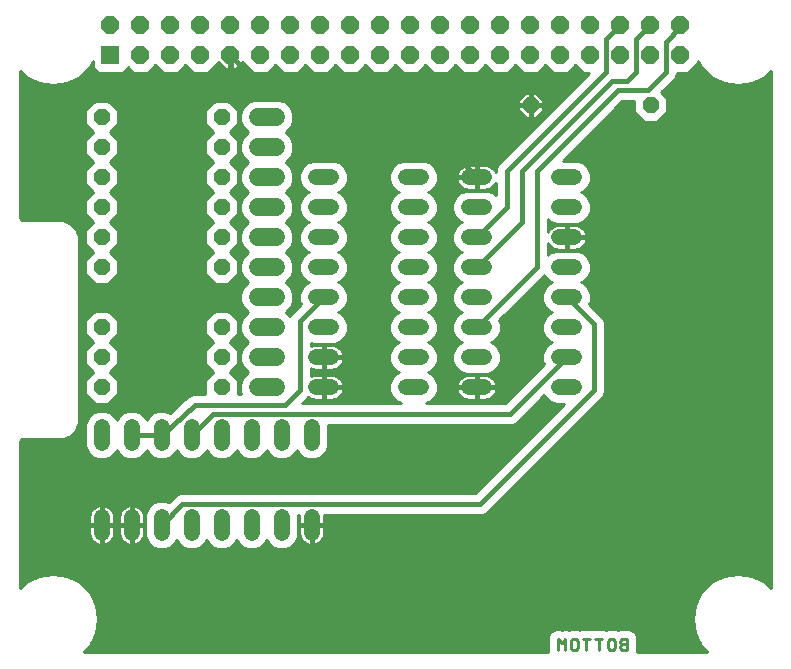
<source format=gbl>
G75*
%MOIN*%
%OFA0B0*%
%FSLAX25Y25*%
%IPPOS*%
%LPD*%
%AMOC8*
5,1,8,0,0,1.08239X$1,22.5*
%
%ADD10C,0.01000*%
%ADD11R,0.06000X0.06000*%
%ADD12OC8,0.06000*%
%ADD13C,0.05200*%
%ADD14C,0.06000*%
%ADD15OC8,0.05200*%
%ADD16C,0.01600*%
D10*
X0025498Y0004400D02*
X0027499Y0006401D01*
X0029645Y0010612D01*
X0030384Y0015280D01*
X0029645Y0019947D01*
X0027499Y0024158D01*
X0024158Y0027499D01*
X0019947Y0029645D01*
X0015280Y0030384D01*
X0010612Y0029645D01*
X0006401Y0027499D01*
X0004400Y0025498D01*
X0004400Y0074335D01*
X0004420Y0074537D01*
X0004575Y0074911D01*
X0004861Y0075197D01*
X0005235Y0075352D01*
X0005437Y0075372D01*
X0018608Y0075372D01*
X0021121Y0076413D01*
X0023044Y0078336D01*
X0024085Y0080849D01*
X0024085Y0142624D01*
X0023044Y0145137D01*
X0021121Y0147060D01*
X0021121Y0147060D01*
X0018608Y0148101D01*
X0005437Y0148101D01*
X0005235Y0148121D01*
X0004861Y0148276D01*
X0004575Y0148562D01*
X0004420Y0148935D01*
X0004400Y0149138D01*
X0004400Y0197974D01*
X0006401Y0195973D01*
X0010612Y0193827D01*
X0015280Y0193088D01*
X0019947Y0193827D01*
X0024158Y0195973D01*
X0027499Y0199315D01*
X0028553Y0201382D01*
X0028553Y0199616D01*
X0028994Y0198550D01*
X0029810Y0197734D01*
X0030876Y0197293D01*
X0038030Y0197293D01*
X0039095Y0197734D01*
X0039911Y0198550D01*
X0040157Y0199144D01*
X0042009Y0197293D01*
X0046897Y0197293D01*
X0049453Y0199849D01*
X0052009Y0197293D01*
X0056897Y0197293D01*
X0059453Y0199849D01*
X0062009Y0197293D01*
X0066897Y0197293D01*
X0070353Y0200749D01*
X0070353Y0200929D01*
X0072589Y0198693D01*
X0073953Y0198693D01*
X0073953Y0202693D01*
X0074953Y0202693D01*
X0074953Y0198693D01*
X0076317Y0198693D01*
X0078553Y0200929D01*
X0078553Y0200749D01*
X0082009Y0197293D01*
X0086897Y0197293D01*
X0089453Y0199849D01*
X0092009Y0197293D01*
X0096897Y0197293D01*
X0099453Y0199849D01*
X0102009Y0197293D01*
X0106897Y0197293D01*
X0109453Y0199849D01*
X0112009Y0197293D01*
X0116897Y0197293D01*
X0119453Y0199849D01*
X0122009Y0197293D01*
X0126897Y0197293D01*
X0129453Y0199849D01*
X0132009Y0197293D01*
X0136897Y0197293D01*
X0139453Y0199849D01*
X0142009Y0197293D01*
X0146897Y0197293D01*
X0149453Y0199849D01*
X0152009Y0197293D01*
X0156897Y0197293D01*
X0159453Y0199849D01*
X0162009Y0197293D01*
X0166897Y0197293D01*
X0169453Y0199849D01*
X0172009Y0197293D01*
X0176897Y0197293D01*
X0179453Y0199849D01*
X0182009Y0197293D01*
X0186897Y0197293D01*
X0189453Y0199849D01*
X0192009Y0197293D01*
X0194060Y0197293D01*
X0163363Y0166596D01*
X0162800Y0165236D01*
X0162800Y0164269D01*
X0162607Y0164649D01*
X0162227Y0165171D01*
X0161771Y0165627D01*
X0161249Y0166007D01*
X0160674Y0166300D01*
X0160060Y0166499D01*
X0159423Y0166600D01*
X0156800Y0166600D01*
X0156800Y0162800D01*
X0156200Y0162800D01*
X0156200Y0166600D01*
X0153577Y0166600D01*
X0152940Y0166499D01*
X0152326Y0166300D01*
X0151751Y0166007D01*
X0151229Y0165627D01*
X0150773Y0165171D01*
X0150393Y0164649D01*
X0150100Y0164074D01*
X0149901Y0163460D01*
X0149800Y0162823D01*
X0149800Y0162800D01*
X0156200Y0162800D01*
X0156200Y0162200D01*
X0156800Y0162200D01*
X0156800Y0158400D01*
X0159423Y0158400D01*
X0160060Y0158501D01*
X0160674Y0158700D01*
X0161249Y0158993D01*
X0161771Y0159373D01*
X0162227Y0159829D01*
X0162607Y0160351D01*
X0162800Y0160731D01*
X0162800Y0156578D01*
X0162215Y0157163D01*
X0160194Y0158000D01*
X0152806Y0158000D01*
X0150784Y0157163D01*
X0149237Y0155615D01*
X0148400Y0153594D01*
X0148400Y0151406D01*
X0149237Y0149384D01*
X0150784Y0147837D01*
X0151599Y0147500D01*
X0150784Y0147163D01*
X0149237Y0145615D01*
X0148400Y0143594D01*
X0148400Y0141406D01*
X0149237Y0139384D01*
X0150784Y0137837D01*
X0151599Y0137500D01*
X0150784Y0137163D01*
X0149237Y0135615D01*
X0148400Y0133594D01*
X0148400Y0131406D01*
X0149237Y0129384D01*
X0150784Y0127837D01*
X0151599Y0127500D01*
X0150784Y0127163D01*
X0149237Y0125615D01*
X0148400Y0123594D01*
X0148400Y0121406D01*
X0149237Y0119384D01*
X0150784Y0117837D01*
X0151599Y0117500D01*
X0150784Y0117163D01*
X0149237Y0115615D01*
X0148400Y0113594D01*
X0148400Y0111406D01*
X0149237Y0109384D01*
X0150784Y0107837D01*
X0151599Y0107500D01*
X0150784Y0107163D01*
X0149237Y0105615D01*
X0148400Y0103594D01*
X0148400Y0101406D01*
X0149237Y0099384D01*
X0150784Y0097837D01*
X0152806Y0097000D01*
X0160194Y0097000D01*
X0162215Y0097837D01*
X0163763Y0099384D01*
X0164600Y0101406D01*
X0164600Y0103594D01*
X0163763Y0105615D01*
X0162215Y0107163D01*
X0161401Y0107500D01*
X0162215Y0107837D01*
X0163763Y0109384D01*
X0164600Y0111406D01*
X0164600Y0113594D01*
X0164081Y0114848D01*
X0178596Y0129363D01*
X0179056Y0129823D01*
X0179237Y0129384D01*
X0180784Y0127837D01*
X0181599Y0127500D01*
X0180784Y0127163D01*
X0179237Y0125615D01*
X0178400Y0123594D01*
X0178400Y0121406D01*
X0179237Y0119384D01*
X0180784Y0117837D01*
X0181599Y0117500D01*
X0180784Y0117163D01*
X0179237Y0115615D01*
X0178400Y0113594D01*
X0178400Y0111406D01*
X0179237Y0109384D01*
X0180784Y0107837D01*
X0181599Y0107500D01*
X0180784Y0107163D01*
X0179237Y0105615D01*
X0178400Y0103594D01*
X0178400Y0101406D01*
X0178919Y0100152D01*
X0165967Y0087200D01*
X0139677Y0087200D01*
X0141215Y0087837D01*
X0142763Y0089384D01*
X0143600Y0091406D01*
X0143600Y0093594D01*
X0142763Y0095615D01*
X0141215Y0097163D01*
X0140401Y0097500D01*
X0141215Y0097837D01*
X0142763Y0099384D01*
X0143600Y0101406D01*
X0143600Y0103594D01*
X0142763Y0105615D01*
X0141215Y0107163D01*
X0140401Y0107500D01*
X0141215Y0107837D01*
X0142763Y0109384D01*
X0143600Y0111406D01*
X0143600Y0113594D01*
X0142763Y0115615D01*
X0141215Y0117163D01*
X0140401Y0117500D01*
X0141215Y0117837D01*
X0142763Y0119384D01*
X0143600Y0121406D01*
X0143600Y0123594D01*
X0142763Y0125615D01*
X0141215Y0127163D01*
X0140401Y0127500D01*
X0141215Y0127837D01*
X0142763Y0129384D01*
X0143600Y0131406D01*
X0143600Y0133594D01*
X0142763Y0135615D01*
X0141215Y0137163D01*
X0140401Y0137500D01*
X0141215Y0137837D01*
X0142763Y0139384D01*
X0143600Y0141406D01*
X0143600Y0143594D01*
X0142763Y0145615D01*
X0141215Y0147163D01*
X0140401Y0147500D01*
X0141215Y0147837D01*
X0142763Y0149384D01*
X0143600Y0151406D01*
X0143600Y0153594D01*
X0142763Y0155615D01*
X0141215Y0157163D01*
X0140401Y0157500D01*
X0141215Y0157837D01*
X0142763Y0159384D01*
X0143600Y0161406D01*
X0143600Y0163594D01*
X0142763Y0165615D01*
X0141215Y0167163D01*
X0139194Y0168000D01*
X0131806Y0168000D01*
X0129784Y0167163D01*
X0128237Y0165615D01*
X0127400Y0163594D01*
X0127400Y0161406D01*
X0128237Y0159384D01*
X0129784Y0157837D01*
X0130599Y0157500D01*
X0129784Y0157163D01*
X0128237Y0155615D01*
X0127400Y0153594D01*
X0127400Y0151406D01*
X0128237Y0149384D01*
X0129784Y0147837D01*
X0130599Y0147500D01*
X0129784Y0147163D01*
X0128237Y0145615D01*
X0127400Y0143594D01*
X0127400Y0141406D01*
X0128237Y0139384D01*
X0129784Y0137837D01*
X0130599Y0137500D01*
X0129784Y0137163D01*
X0128237Y0135615D01*
X0127400Y0133594D01*
X0127400Y0131406D01*
X0128237Y0129384D01*
X0129784Y0127837D01*
X0130599Y0127500D01*
X0129784Y0127163D01*
X0128237Y0125615D01*
X0127400Y0123594D01*
X0127400Y0121406D01*
X0128237Y0119384D01*
X0129784Y0117837D01*
X0130599Y0117500D01*
X0129784Y0117163D01*
X0128237Y0115615D01*
X0127400Y0113594D01*
X0127400Y0111406D01*
X0128237Y0109384D01*
X0129784Y0107837D01*
X0130599Y0107500D01*
X0129784Y0107163D01*
X0128237Y0105615D01*
X0127400Y0103594D01*
X0127400Y0101406D01*
X0128237Y0099384D01*
X0129784Y0097837D01*
X0130599Y0097500D01*
X0129784Y0097163D01*
X0128237Y0095615D01*
X0127400Y0093594D01*
X0127400Y0091406D01*
X0128237Y0089384D01*
X0129784Y0087837D01*
X0131323Y0087200D01*
X0098433Y0087200D01*
X0099596Y0088363D01*
X0100447Y0089214D01*
X0100751Y0088993D01*
X0101326Y0088700D01*
X0101940Y0088501D01*
X0102577Y0088400D01*
X0105200Y0088400D01*
X0105200Y0092200D01*
X0105800Y0092200D01*
X0105800Y0092800D01*
X0105200Y0092800D01*
X0105200Y0096600D01*
X0102577Y0096600D01*
X0101940Y0096499D01*
X0101326Y0096300D01*
X0101200Y0096235D01*
X0101200Y0098765D01*
X0101326Y0098700D01*
X0101940Y0098501D01*
X0102577Y0098400D01*
X0105200Y0098400D01*
X0105200Y0102200D01*
X0105800Y0102200D01*
X0105800Y0102800D01*
X0105200Y0102800D01*
X0105200Y0106600D01*
X0102577Y0106600D01*
X0101940Y0106499D01*
X0101326Y0106300D01*
X0101200Y0106235D01*
X0101200Y0107251D01*
X0101806Y0107000D01*
X0109194Y0107000D01*
X0111215Y0107837D01*
X0112763Y0109384D01*
X0113600Y0111406D01*
X0113600Y0113594D01*
X0112763Y0115615D01*
X0111215Y0117163D01*
X0110401Y0117500D01*
X0111215Y0117837D01*
X0112763Y0119384D01*
X0113600Y0121406D01*
X0113600Y0123594D01*
X0112763Y0125615D01*
X0111215Y0127163D01*
X0110401Y0127500D01*
X0111215Y0127837D01*
X0112763Y0129384D01*
X0113600Y0131406D01*
X0113600Y0133594D01*
X0112763Y0135615D01*
X0111215Y0137163D01*
X0110401Y0137500D01*
X0111215Y0137837D01*
X0112763Y0139384D01*
X0113600Y0141406D01*
X0113600Y0143594D01*
X0112763Y0145615D01*
X0111215Y0147163D01*
X0110401Y0147500D01*
X0111215Y0147837D01*
X0112763Y0149384D01*
X0113600Y0151406D01*
X0113600Y0153594D01*
X0112763Y0155615D01*
X0111215Y0157163D01*
X0110401Y0157500D01*
X0111215Y0157837D01*
X0112763Y0159384D01*
X0113600Y0161406D01*
X0113600Y0163594D01*
X0112763Y0165615D01*
X0111215Y0167163D01*
X0109194Y0168000D01*
X0101806Y0168000D01*
X0099784Y0167163D01*
X0098237Y0165615D01*
X0097400Y0163594D01*
X0097400Y0161406D01*
X0098237Y0159384D01*
X0099784Y0157837D01*
X0100599Y0157500D01*
X0099784Y0157163D01*
X0098237Y0155615D01*
X0097400Y0153594D01*
X0097400Y0151406D01*
X0098237Y0149384D01*
X0099784Y0147837D01*
X0100599Y0147500D01*
X0099784Y0147163D01*
X0098237Y0145615D01*
X0097400Y0143594D01*
X0097400Y0141406D01*
X0098237Y0139384D01*
X0099784Y0137837D01*
X0100599Y0137500D01*
X0099784Y0137163D01*
X0098237Y0135615D01*
X0097400Y0133594D01*
X0097400Y0131406D01*
X0098237Y0129384D01*
X0099784Y0127837D01*
X0100599Y0127500D01*
X0099784Y0127163D01*
X0098237Y0125615D01*
X0097400Y0123594D01*
X0097400Y0121406D01*
X0097919Y0120152D01*
X0094363Y0116596D01*
X0094183Y0116161D01*
X0092844Y0117500D01*
X0094502Y0119158D01*
X0095400Y0121326D01*
X0095400Y0123674D01*
X0094502Y0125842D01*
X0092844Y0127500D01*
X0094502Y0129158D01*
X0095400Y0131326D01*
X0095400Y0133674D01*
X0094502Y0135842D01*
X0092844Y0137500D01*
X0094502Y0139158D01*
X0095400Y0141326D01*
X0095400Y0143674D01*
X0094502Y0145842D01*
X0092844Y0147500D01*
X0094502Y0149158D01*
X0095400Y0151326D01*
X0095400Y0153674D01*
X0094502Y0155842D01*
X0092844Y0157500D01*
X0094502Y0159158D01*
X0095400Y0161326D01*
X0095400Y0163674D01*
X0094502Y0165842D01*
X0092844Y0167500D01*
X0094502Y0169158D01*
X0095400Y0171326D01*
X0095400Y0173674D01*
X0094502Y0175842D01*
X0092844Y0177500D01*
X0094502Y0179158D01*
X0095400Y0181326D01*
X0095400Y0183674D01*
X0094502Y0185842D01*
X0092842Y0187502D01*
X0090674Y0188400D01*
X0082326Y0188400D01*
X0080158Y0187502D01*
X0078498Y0185842D01*
X0077600Y0183674D01*
X0077600Y0181326D01*
X0078498Y0179158D01*
X0080156Y0177500D01*
X0078498Y0175842D01*
X0077600Y0173674D01*
X0077600Y0171326D01*
X0078498Y0169158D01*
X0080156Y0167500D01*
X0078498Y0165842D01*
X0077600Y0163674D01*
X0077600Y0161326D01*
X0078498Y0159158D01*
X0080156Y0157500D01*
X0078498Y0155842D01*
X0077600Y0153674D01*
X0077600Y0151326D01*
X0078498Y0149158D01*
X0080156Y0147500D01*
X0078498Y0145842D01*
X0077600Y0143674D01*
X0077600Y0141326D01*
X0078498Y0139158D01*
X0080156Y0137500D01*
X0078498Y0135842D01*
X0077600Y0133674D01*
X0077600Y0131326D01*
X0078498Y0129158D01*
X0080156Y0127500D01*
X0078498Y0125842D01*
X0077600Y0123674D01*
X0077600Y0121326D01*
X0078498Y0119158D01*
X0080156Y0117500D01*
X0078498Y0115842D01*
X0077600Y0113674D01*
X0077600Y0111326D01*
X0078498Y0109158D01*
X0080156Y0107500D01*
X0078498Y0105842D01*
X0077600Y0103674D01*
X0077600Y0101326D01*
X0078498Y0099158D01*
X0080156Y0097500D01*
X0078498Y0095842D01*
X0077600Y0093674D01*
X0077600Y0091326D01*
X0078067Y0090200D01*
X0076978Y0090200D01*
X0077000Y0090222D01*
X0077000Y0094778D01*
X0074278Y0097500D01*
X0077000Y0100222D01*
X0077000Y0104778D01*
X0074278Y0107500D01*
X0077000Y0110222D01*
X0077000Y0114778D01*
X0073778Y0118000D01*
X0069222Y0118000D01*
X0066000Y0114778D01*
X0066000Y0110222D01*
X0068722Y0107500D01*
X0066000Y0104778D01*
X0066000Y0100222D01*
X0068722Y0097500D01*
X0066000Y0094778D01*
X0066000Y0090222D01*
X0066022Y0090200D01*
X0062589Y0090200D01*
X0061943Y0090231D01*
X0061856Y0090200D01*
X0061764Y0090200D01*
X0061166Y0089952D01*
X0060557Y0089734D01*
X0060489Y0089672D01*
X0060404Y0089637D01*
X0059947Y0089179D01*
X0054267Y0084022D01*
X0052586Y0084718D01*
X0050398Y0084718D01*
X0048377Y0083881D01*
X0046829Y0082334D01*
X0046492Y0081519D01*
X0046155Y0082334D01*
X0044608Y0083881D01*
X0042586Y0084718D01*
X0040398Y0084718D01*
X0038377Y0083881D01*
X0036829Y0082334D01*
X0036492Y0081519D01*
X0036155Y0082334D01*
X0034608Y0083881D01*
X0032586Y0084718D01*
X0030398Y0084718D01*
X0028377Y0083881D01*
X0026829Y0082334D01*
X0025992Y0080312D01*
X0025992Y0072924D01*
X0026829Y0070903D01*
X0028377Y0069355D01*
X0030398Y0068518D01*
X0032586Y0068518D01*
X0034608Y0069355D01*
X0036155Y0070903D01*
X0036492Y0071717D01*
X0036829Y0070903D01*
X0038377Y0069355D01*
X0040398Y0068518D01*
X0042586Y0068518D01*
X0044608Y0069355D01*
X0046155Y0070903D01*
X0046492Y0071717D01*
X0046829Y0070903D01*
X0048377Y0069355D01*
X0050398Y0068518D01*
X0052586Y0068518D01*
X0054608Y0069355D01*
X0056155Y0070903D01*
X0056492Y0071717D01*
X0056829Y0070903D01*
X0058377Y0069355D01*
X0060398Y0068518D01*
X0062586Y0068518D01*
X0064608Y0069355D01*
X0066155Y0070903D01*
X0066492Y0071717D01*
X0066829Y0070903D01*
X0068377Y0069355D01*
X0070398Y0068518D01*
X0072586Y0068518D01*
X0074608Y0069355D01*
X0076155Y0070903D01*
X0076492Y0071717D01*
X0076829Y0070903D01*
X0078377Y0069355D01*
X0080398Y0068518D01*
X0082586Y0068518D01*
X0084608Y0069355D01*
X0086155Y0070903D01*
X0086492Y0071717D01*
X0086829Y0070903D01*
X0088377Y0069355D01*
X0090398Y0068518D01*
X0092586Y0068518D01*
X0094608Y0069355D01*
X0096155Y0070903D01*
X0096492Y0071717D01*
X0096829Y0070903D01*
X0098377Y0069355D01*
X0100398Y0068518D01*
X0102586Y0068518D01*
X0104608Y0069355D01*
X0106155Y0070903D01*
X0106992Y0072924D01*
X0106992Y0079800D01*
X0168236Y0079800D01*
X0169596Y0080363D01*
X0179056Y0089823D01*
X0179237Y0089384D01*
X0180784Y0087837D01*
X0182806Y0087000D01*
X0185767Y0087000D01*
X0155967Y0057200D01*
X0057638Y0057200D01*
X0056278Y0056637D01*
X0053840Y0054199D01*
X0052586Y0054718D01*
X0050398Y0054718D01*
X0048377Y0053881D01*
X0046829Y0052334D01*
X0045992Y0050312D01*
X0045992Y0042924D01*
X0046829Y0040903D01*
X0048377Y0039355D01*
X0050398Y0038518D01*
X0052586Y0038518D01*
X0054608Y0039355D01*
X0056155Y0040903D01*
X0056492Y0041717D01*
X0056829Y0040903D01*
X0058377Y0039355D01*
X0060398Y0038518D01*
X0062586Y0038518D01*
X0064608Y0039355D01*
X0066155Y0040903D01*
X0066492Y0041717D01*
X0066829Y0040903D01*
X0068377Y0039355D01*
X0070398Y0038518D01*
X0072586Y0038518D01*
X0074608Y0039355D01*
X0076155Y0040903D01*
X0076492Y0041717D01*
X0076829Y0040903D01*
X0078377Y0039355D01*
X0080398Y0038518D01*
X0082586Y0038518D01*
X0084608Y0039355D01*
X0086155Y0040903D01*
X0086492Y0041717D01*
X0086829Y0040903D01*
X0088377Y0039355D01*
X0090398Y0038518D01*
X0092586Y0038518D01*
X0094608Y0039355D01*
X0096155Y0040903D01*
X0096992Y0042924D01*
X0096992Y0049800D01*
X0097433Y0049800D01*
X0097392Y0049541D01*
X0097392Y0046918D01*
X0101192Y0046918D01*
X0101192Y0046318D01*
X0097392Y0046318D01*
X0097392Y0043695D01*
X0097493Y0043058D01*
X0097693Y0042444D01*
X0097985Y0041869D01*
X0098365Y0041347D01*
X0098821Y0040891D01*
X0099343Y0040511D01*
X0099918Y0040218D01*
X0100532Y0040019D01*
X0101169Y0039918D01*
X0101192Y0039918D01*
X0101192Y0046318D01*
X0101792Y0046318D01*
X0101792Y0039918D01*
X0101815Y0039918D01*
X0102452Y0040019D01*
X0103066Y0040218D01*
X0103641Y0040511D01*
X0104163Y0040891D01*
X0104619Y0041347D01*
X0104999Y0041869D01*
X0105292Y0042444D01*
X0105491Y0043058D01*
X0105592Y0043695D01*
X0105592Y0046318D01*
X0101792Y0046318D01*
X0101792Y0046918D01*
X0105592Y0046918D01*
X0105592Y0049541D01*
X0105551Y0049800D01*
X0158236Y0049800D01*
X0159596Y0050363D01*
X0160637Y0051404D01*
X0197596Y0088363D01*
X0198637Y0089404D01*
X0199200Y0090764D01*
X0199200Y0114236D01*
X0198637Y0115596D01*
X0197596Y0116637D01*
X0194081Y0120152D01*
X0194600Y0121406D01*
X0194600Y0123594D01*
X0193763Y0125615D01*
X0192215Y0127163D01*
X0191401Y0127500D01*
X0192215Y0127837D01*
X0193763Y0129384D01*
X0194600Y0131406D01*
X0194600Y0133594D01*
X0193763Y0135615D01*
X0192215Y0137163D01*
X0190194Y0138000D01*
X0182806Y0138000D01*
X0180784Y0137163D01*
X0180200Y0136578D01*
X0180200Y0140731D01*
X0180393Y0140351D01*
X0180773Y0139829D01*
X0181229Y0139373D01*
X0181751Y0138993D01*
X0182326Y0138700D01*
X0182940Y0138501D01*
X0183577Y0138400D01*
X0186200Y0138400D01*
X0186200Y0142200D01*
X0186800Y0142200D01*
X0186800Y0142800D01*
X0186200Y0142800D01*
X0186200Y0146600D01*
X0183577Y0146600D01*
X0182940Y0146499D01*
X0182326Y0146300D01*
X0181751Y0146007D01*
X0181229Y0145627D01*
X0180773Y0145171D01*
X0180393Y0144649D01*
X0180200Y0144269D01*
X0180200Y0148422D01*
X0180784Y0147837D01*
X0182806Y0147000D01*
X0190194Y0147000D01*
X0192215Y0147837D01*
X0193763Y0149384D01*
X0194600Y0151406D01*
X0194600Y0153594D01*
X0193763Y0155615D01*
X0192215Y0157163D01*
X0191401Y0157500D01*
X0192215Y0157837D01*
X0193763Y0159384D01*
X0194600Y0161406D01*
X0194600Y0163594D01*
X0193763Y0165615D01*
X0192215Y0167163D01*
X0190194Y0168000D01*
X0185233Y0168000D01*
X0205033Y0187800D01*
X0209000Y0187800D01*
X0209000Y0184222D01*
X0212222Y0181000D01*
X0216778Y0181000D01*
X0220000Y0184222D01*
X0220000Y0188778D01*
X0218005Y0190773D01*
X0222637Y0195404D01*
X0223200Y0196764D01*
X0223200Y0197293D01*
X0226897Y0197293D01*
X0230353Y0200749D01*
X0230353Y0201382D01*
X0231406Y0199315D01*
X0234748Y0195973D01*
X0238958Y0193827D01*
X0243626Y0193088D01*
X0248294Y0193827D01*
X0252504Y0195973D01*
X0254506Y0197974D01*
X0254506Y0025498D01*
X0252504Y0027499D01*
X0248294Y0029645D01*
X0243626Y0030384D01*
X0238958Y0029645D01*
X0234748Y0027499D01*
X0231406Y0024158D01*
X0229261Y0019947D01*
X0228521Y0015280D01*
X0229261Y0010612D01*
X0231406Y0006401D01*
X0233407Y0004400D01*
X0210098Y0004400D01*
X0210098Y0009185D01*
X0209581Y0010435D01*
X0208624Y0011391D01*
X0207375Y0011909D01*
X0204271Y0011909D01*
X0203459Y0011573D01*
X0202965Y0011777D01*
X0202647Y0011909D01*
X0201978Y0011909D01*
X0201295Y0011909D01*
X0201295Y0011909D01*
X0200127Y0011909D01*
X0199607Y0011694D01*
X0199088Y0011909D01*
X0195400Y0011909D01*
X0195172Y0011815D01*
X0194944Y0011909D01*
X0191256Y0011909D01*
X0190736Y0011694D01*
X0190535Y0011777D01*
X0190217Y0011909D01*
X0190217Y0011909D01*
X0190217Y0011909D01*
X0189548Y0011909D01*
X0188864Y0011909D01*
X0187696Y0011909D01*
X0187177Y0011694D01*
X0186657Y0011909D01*
X0185304Y0011909D01*
X0184813Y0011705D01*
X0184322Y0011909D01*
X0182969Y0011909D01*
X0181719Y0011391D01*
X0180763Y0010435D01*
X0180245Y0009185D01*
X0180245Y0004400D01*
X0025498Y0004400D01*
X0025594Y0004496D02*
X0180245Y0004496D01*
X0180245Y0005494D02*
X0026592Y0005494D01*
X0027546Y0006493D02*
X0180245Y0006493D01*
X0180245Y0007491D02*
X0028055Y0007491D01*
X0028564Y0008490D02*
X0180245Y0008490D01*
X0180371Y0009488D02*
X0029072Y0009488D01*
X0029581Y0010487D02*
X0180815Y0010487D01*
X0181946Y0011485D02*
X0029783Y0011485D01*
X0029941Y0012484D02*
X0228964Y0012484D01*
X0228806Y0013482D02*
X0030100Y0013482D01*
X0030258Y0014481D02*
X0228648Y0014481D01*
X0228553Y0015479D02*
X0030353Y0015479D01*
X0030194Y0016478D02*
X0228711Y0016478D01*
X0228869Y0017476D02*
X0030036Y0017476D01*
X0029878Y0018475D02*
X0229027Y0018475D01*
X0229185Y0019473D02*
X0029720Y0019473D01*
X0029378Y0020472D02*
X0229528Y0020472D01*
X0230037Y0021470D02*
X0028869Y0021470D01*
X0028360Y0022469D02*
X0230545Y0022469D01*
X0231054Y0023467D02*
X0027851Y0023467D01*
X0027192Y0024466D02*
X0231714Y0024466D01*
X0232712Y0025464D02*
X0026193Y0025464D01*
X0025195Y0026463D02*
X0233711Y0026463D01*
X0234709Y0027461D02*
X0024196Y0027461D01*
X0022273Y0028460D02*
X0236632Y0028460D01*
X0238592Y0029458D02*
X0020313Y0029458D01*
X0010246Y0029458D02*
X0004400Y0029458D01*
X0004400Y0028460D02*
X0008286Y0028460D01*
X0006363Y0027461D02*
X0004400Y0027461D01*
X0004400Y0026463D02*
X0005364Y0026463D01*
X0004400Y0030457D02*
X0254506Y0030457D01*
X0254506Y0031455D02*
X0004400Y0031455D01*
X0004400Y0032454D02*
X0254506Y0032454D01*
X0254506Y0033452D02*
X0004400Y0033452D01*
X0004400Y0034451D02*
X0254506Y0034451D01*
X0254506Y0035449D02*
X0004400Y0035449D01*
X0004400Y0036448D02*
X0254506Y0036448D01*
X0254506Y0037446D02*
X0004400Y0037446D01*
X0004400Y0038445D02*
X0254506Y0038445D01*
X0254506Y0039443D02*
X0094696Y0039443D01*
X0095694Y0040442D02*
X0099480Y0040442D01*
X0098297Y0041440D02*
X0096378Y0041440D01*
X0096791Y0042439D02*
X0097695Y0042439D01*
X0097433Y0043437D02*
X0096992Y0043437D01*
X0096992Y0044436D02*
X0097392Y0044436D01*
X0097392Y0045434D02*
X0096992Y0045434D01*
X0096992Y0046433D02*
X0101192Y0046433D01*
X0101792Y0046433D02*
X0254506Y0046433D01*
X0254506Y0045434D02*
X0105592Y0045434D01*
X0105592Y0044436D02*
X0254506Y0044436D01*
X0254506Y0043437D02*
X0105551Y0043437D01*
X0105289Y0042439D02*
X0254506Y0042439D01*
X0254506Y0041440D02*
X0104687Y0041440D01*
X0103505Y0040442D02*
X0254506Y0040442D01*
X0254506Y0047432D02*
X0105592Y0047432D01*
X0105592Y0048430D02*
X0254506Y0048430D01*
X0254506Y0049429D02*
X0105592Y0049429D01*
X0101792Y0045434D02*
X0101192Y0045434D01*
X0101192Y0044436D02*
X0101792Y0044436D01*
X0101792Y0043437D02*
X0101192Y0043437D01*
X0101192Y0042439D02*
X0101792Y0042439D01*
X0101792Y0041440D02*
X0101192Y0041440D01*
X0101192Y0040442D02*
X0101792Y0040442D01*
X0097392Y0047432D02*
X0096992Y0047432D01*
X0096992Y0048430D02*
X0097392Y0048430D01*
X0097392Y0049429D02*
X0096992Y0049429D01*
X0086607Y0041440D02*
X0086378Y0041440D01*
X0085694Y0040442D02*
X0087290Y0040442D01*
X0088289Y0039443D02*
X0084696Y0039443D01*
X0078289Y0039443D02*
X0074696Y0039443D01*
X0075694Y0040442D02*
X0077290Y0040442D01*
X0076607Y0041440D02*
X0076378Y0041440D01*
X0068289Y0039443D02*
X0064696Y0039443D01*
X0065694Y0040442D02*
X0067290Y0040442D01*
X0066607Y0041440D02*
X0066378Y0041440D01*
X0058289Y0039443D02*
X0054696Y0039443D01*
X0055694Y0040442D02*
X0057290Y0040442D01*
X0056607Y0041440D02*
X0056378Y0041440D01*
X0048289Y0039443D02*
X0004400Y0039443D01*
X0004400Y0040442D02*
X0029480Y0040442D01*
X0029343Y0040511D02*
X0029918Y0040218D01*
X0030532Y0040019D01*
X0031169Y0039918D01*
X0031192Y0039918D01*
X0031192Y0046318D01*
X0027392Y0046318D01*
X0027392Y0043695D01*
X0027493Y0043058D01*
X0027693Y0042444D01*
X0027985Y0041869D01*
X0028365Y0041347D01*
X0028821Y0040891D01*
X0029343Y0040511D01*
X0028297Y0041440D02*
X0004400Y0041440D01*
X0004400Y0042439D02*
X0027695Y0042439D01*
X0027433Y0043437D02*
X0004400Y0043437D01*
X0004400Y0044436D02*
X0027392Y0044436D01*
X0027392Y0045434D02*
X0004400Y0045434D01*
X0004400Y0046433D02*
X0031192Y0046433D01*
X0031192Y0046318D02*
X0031192Y0046918D01*
X0027392Y0046918D01*
X0027392Y0049541D01*
X0027493Y0050178D01*
X0027693Y0050792D01*
X0027985Y0051367D01*
X0028365Y0051889D01*
X0028821Y0052345D01*
X0029343Y0052725D01*
X0029918Y0053018D01*
X0030532Y0053217D01*
X0031169Y0053318D01*
X0031192Y0053318D01*
X0031192Y0046918D01*
X0031792Y0046918D01*
X0035592Y0046918D01*
X0035592Y0049541D01*
X0035491Y0050178D01*
X0035292Y0050792D01*
X0034999Y0051367D01*
X0034619Y0051889D01*
X0034163Y0052345D01*
X0033641Y0052725D01*
X0033066Y0053018D01*
X0032452Y0053217D01*
X0031815Y0053318D01*
X0031792Y0053318D01*
X0031792Y0046918D01*
X0031792Y0046318D01*
X0031792Y0039918D01*
X0031815Y0039918D01*
X0032452Y0040019D01*
X0033066Y0040218D01*
X0033641Y0040511D01*
X0034163Y0040891D01*
X0034619Y0041347D01*
X0034999Y0041869D01*
X0035292Y0042444D01*
X0035491Y0043058D01*
X0035592Y0043695D01*
X0035592Y0046318D01*
X0031792Y0046318D01*
X0031192Y0046318D01*
X0031792Y0046433D02*
X0041192Y0046433D01*
X0041192Y0046318D02*
X0037392Y0046318D01*
X0037392Y0043695D01*
X0037493Y0043058D01*
X0037693Y0042444D01*
X0037985Y0041869D01*
X0038365Y0041347D01*
X0038821Y0040891D01*
X0039343Y0040511D01*
X0039918Y0040218D01*
X0040532Y0040019D01*
X0041169Y0039918D01*
X0041192Y0039918D01*
X0041192Y0046318D01*
X0041192Y0046918D01*
X0037392Y0046918D01*
X0037392Y0049541D01*
X0037493Y0050178D01*
X0037693Y0050792D01*
X0037985Y0051367D01*
X0038365Y0051889D01*
X0038821Y0052345D01*
X0039343Y0052725D01*
X0039918Y0053018D01*
X0040532Y0053217D01*
X0041169Y0053318D01*
X0041192Y0053318D01*
X0041192Y0046918D01*
X0041792Y0046918D01*
X0045592Y0046918D01*
X0045592Y0049541D01*
X0045491Y0050178D01*
X0045292Y0050792D01*
X0044999Y0051367D01*
X0044619Y0051889D01*
X0044163Y0052345D01*
X0043641Y0052725D01*
X0043066Y0053018D01*
X0042452Y0053217D01*
X0041815Y0053318D01*
X0041792Y0053318D01*
X0041792Y0046918D01*
X0041792Y0046318D01*
X0041792Y0039918D01*
X0041815Y0039918D01*
X0042452Y0040019D01*
X0043066Y0040218D01*
X0043641Y0040511D01*
X0044163Y0040891D01*
X0044619Y0041347D01*
X0044999Y0041869D01*
X0045292Y0042444D01*
X0045491Y0043058D01*
X0045592Y0043695D01*
X0045592Y0046318D01*
X0041792Y0046318D01*
X0041192Y0046318D01*
X0041792Y0046433D02*
X0045992Y0046433D01*
X0045992Y0045434D02*
X0045592Y0045434D01*
X0045592Y0044436D02*
X0045992Y0044436D01*
X0045992Y0043437D02*
X0045551Y0043437D01*
X0045289Y0042439D02*
X0046193Y0042439D01*
X0046607Y0041440D02*
X0044687Y0041440D01*
X0043505Y0040442D02*
X0047290Y0040442D01*
X0041792Y0040442D02*
X0041192Y0040442D01*
X0041192Y0041440D02*
X0041792Y0041440D01*
X0041792Y0042439D02*
X0041192Y0042439D01*
X0041192Y0043437D02*
X0041792Y0043437D01*
X0041792Y0044436D02*
X0041192Y0044436D01*
X0041192Y0045434D02*
X0041792Y0045434D01*
X0041792Y0047432D02*
X0041192Y0047432D01*
X0041192Y0048430D02*
X0041792Y0048430D01*
X0041792Y0049429D02*
X0041192Y0049429D01*
X0041192Y0050427D02*
X0041792Y0050427D01*
X0041792Y0051426D02*
X0041192Y0051426D01*
X0041192Y0052424D02*
X0041792Y0052424D01*
X0044055Y0052424D02*
X0046920Y0052424D01*
X0046453Y0051426D02*
X0044956Y0051426D01*
X0045410Y0050427D02*
X0046040Y0050427D01*
X0045992Y0049429D02*
X0045592Y0049429D01*
X0045592Y0048430D02*
X0045992Y0048430D01*
X0045992Y0047432D02*
X0045592Y0047432D01*
X0047918Y0053423D02*
X0004400Y0053423D01*
X0004400Y0054421D02*
X0049681Y0054421D01*
X0053303Y0054421D02*
X0054063Y0054421D01*
X0055061Y0055420D02*
X0004400Y0055420D01*
X0004400Y0056418D02*
X0056060Y0056418D01*
X0054651Y0069399D02*
X0058333Y0069399D01*
X0057335Y0070397D02*
X0055649Y0070397D01*
X0056359Y0071396D02*
X0056625Y0071396D01*
X0064651Y0069399D02*
X0068333Y0069399D01*
X0067335Y0070397D02*
X0065649Y0070397D01*
X0066359Y0071396D02*
X0066625Y0071396D01*
X0074651Y0069399D02*
X0078333Y0069399D01*
X0077335Y0070397D02*
X0075649Y0070397D01*
X0076359Y0071396D02*
X0076625Y0071396D01*
X0084651Y0069399D02*
X0088333Y0069399D01*
X0087335Y0070397D02*
X0085649Y0070397D01*
X0086359Y0071396D02*
X0086625Y0071396D01*
X0094651Y0069399D02*
X0098333Y0069399D01*
X0097335Y0070397D02*
X0095649Y0070397D01*
X0096359Y0071396D02*
X0096625Y0071396D01*
X0104651Y0069399D02*
X0168166Y0069399D01*
X0169165Y0070397D02*
X0105649Y0070397D01*
X0106359Y0071396D02*
X0170163Y0071396D01*
X0171162Y0072394D02*
X0106773Y0072394D01*
X0106992Y0073393D02*
X0172160Y0073393D01*
X0173159Y0074391D02*
X0106992Y0074391D01*
X0106992Y0075390D02*
X0174157Y0075390D01*
X0175156Y0076388D02*
X0106992Y0076388D01*
X0106992Y0077387D02*
X0176154Y0077387D01*
X0177153Y0078385D02*
X0106992Y0078385D01*
X0106992Y0079384D02*
X0178151Y0079384D01*
X0179150Y0080382D02*
X0169615Y0080382D01*
X0170613Y0081381D02*
X0180148Y0081381D01*
X0181147Y0082379D02*
X0171612Y0082379D01*
X0172611Y0083378D02*
X0182145Y0083378D01*
X0183144Y0084376D02*
X0173609Y0084376D01*
X0174608Y0085375D02*
X0184142Y0085375D01*
X0185141Y0086373D02*
X0175606Y0086373D01*
X0176605Y0087372D02*
X0181908Y0087372D01*
X0180251Y0088370D02*
X0177603Y0088370D01*
X0178602Y0089369D02*
X0179253Y0089369D01*
X0174127Y0095360D02*
X0162038Y0095360D01*
X0162227Y0095171D02*
X0161771Y0095627D01*
X0161249Y0096007D01*
X0160674Y0096300D01*
X0160060Y0096499D01*
X0159423Y0096600D01*
X0156800Y0096600D01*
X0156800Y0092800D01*
X0156200Y0092800D01*
X0156200Y0096600D01*
X0153577Y0096600D01*
X0152940Y0096499D01*
X0152326Y0096300D01*
X0151751Y0096007D01*
X0151229Y0095627D01*
X0150773Y0095171D01*
X0150393Y0094649D01*
X0150100Y0094074D01*
X0149901Y0093460D01*
X0149800Y0092823D01*
X0149800Y0092800D01*
X0156200Y0092800D01*
X0156200Y0092200D01*
X0156800Y0092200D01*
X0156800Y0092800D01*
X0163200Y0092800D01*
X0163200Y0092823D01*
X0163099Y0093460D01*
X0162900Y0094074D01*
X0162607Y0094649D01*
X0162227Y0095171D01*
X0162753Y0094362D02*
X0173129Y0094362D01*
X0172130Y0093363D02*
X0163114Y0093363D01*
X0163200Y0092200D02*
X0156800Y0092200D01*
X0156800Y0088400D01*
X0159423Y0088400D01*
X0160060Y0088501D01*
X0160674Y0088700D01*
X0161249Y0088993D01*
X0161771Y0089373D01*
X0162227Y0089829D01*
X0162607Y0090351D01*
X0162900Y0090926D01*
X0163099Y0091540D01*
X0163200Y0092177D01*
X0163200Y0092200D01*
X0163043Y0091366D02*
X0170133Y0091366D01*
X0169135Y0090368D02*
X0162615Y0090368D01*
X0161766Y0089369D02*
X0168136Y0089369D01*
X0167138Y0088370D02*
X0141749Y0088370D01*
X0142747Y0089369D02*
X0151234Y0089369D01*
X0151229Y0089373D02*
X0151751Y0088993D01*
X0152326Y0088700D01*
X0152940Y0088501D01*
X0153577Y0088400D01*
X0156200Y0088400D01*
X0156200Y0092200D01*
X0149800Y0092200D01*
X0149800Y0092177D01*
X0149901Y0091540D01*
X0150100Y0090926D01*
X0150393Y0090351D01*
X0150773Y0089829D01*
X0151229Y0089373D01*
X0150385Y0090368D02*
X0143170Y0090368D01*
X0143583Y0091366D02*
X0149957Y0091366D01*
X0149886Y0093363D02*
X0143600Y0093363D01*
X0143600Y0092365D02*
X0156200Y0092365D01*
X0156800Y0092365D02*
X0171132Y0092365D01*
X0175126Y0096359D02*
X0160492Y0096359D01*
X0161056Y0097357D02*
X0176125Y0097357D01*
X0177123Y0098356D02*
X0162734Y0098356D01*
X0163732Y0099354D02*
X0178122Y0099354D01*
X0178836Y0100353D02*
X0164164Y0100353D01*
X0164577Y0101351D02*
X0178423Y0101351D01*
X0178400Y0102350D02*
X0164600Y0102350D01*
X0164600Y0103348D02*
X0178400Y0103348D01*
X0178712Y0104347D02*
X0164288Y0104347D01*
X0163875Y0105345D02*
X0179125Y0105345D01*
X0179966Y0106344D02*
X0163034Y0106344D01*
X0161782Y0107342D02*
X0181218Y0107342D01*
X0180281Y0108341D02*
X0162719Y0108341D01*
X0163717Y0109339D02*
X0179283Y0109339D01*
X0178842Y0110338D02*
X0164158Y0110338D01*
X0164571Y0111336D02*
X0178429Y0111336D01*
X0178400Y0112335D02*
X0164600Y0112335D01*
X0164600Y0113333D02*
X0178400Y0113333D01*
X0178706Y0114332D02*
X0164294Y0114332D01*
X0164563Y0115330D02*
X0179119Y0115330D01*
X0179951Y0116329D02*
X0165561Y0116329D01*
X0166560Y0117327D02*
X0181182Y0117327D01*
X0180296Y0118326D02*
X0167558Y0118326D01*
X0168557Y0119324D02*
X0179297Y0119324D01*
X0178849Y0120323D02*
X0169555Y0120323D01*
X0170554Y0121321D02*
X0178435Y0121321D01*
X0178400Y0122320D02*
X0171552Y0122320D01*
X0172551Y0123318D02*
X0178400Y0123318D01*
X0178699Y0124317D02*
X0173549Y0124317D01*
X0174548Y0125315D02*
X0179113Y0125315D01*
X0179936Y0126314D02*
X0175546Y0126314D01*
X0176545Y0127312D02*
X0181146Y0127312D01*
X0180311Y0128311D02*
X0177544Y0128311D01*
X0178542Y0129309D02*
X0179312Y0129309D01*
X0180200Y0137298D02*
X0181110Y0137298D01*
X0180200Y0138296D02*
X0254506Y0138296D01*
X0254506Y0137298D02*
X0191890Y0137298D01*
X0193079Y0136299D02*
X0254506Y0136299D01*
X0254506Y0135301D02*
X0193893Y0135301D01*
X0194307Y0134302D02*
X0254506Y0134302D01*
X0254506Y0133303D02*
X0194600Y0133303D01*
X0194600Y0132305D02*
X0254506Y0132305D01*
X0254506Y0131306D02*
X0194559Y0131306D01*
X0194145Y0130308D02*
X0254506Y0130308D01*
X0254506Y0129309D02*
X0193688Y0129309D01*
X0192689Y0128311D02*
X0254506Y0128311D01*
X0254506Y0127312D02*
X0191854Y0127312D01*
X0193064Y0126314D02*
X0254506Y0126314D01*
X0254506Y0125315D02*
X0193887Y0125315D01*
X0194301Y0124317D02*
X0254506Y0124317D01*
X0254506Y0123318D02*
X0194600Y0123318D01*
X0194600Y0122320D02*
X0254506Y0122320D01*
X0254506Y0121321D02*
X0194565Y0121321D01*
X0194151Y0120323D02*
X0254506Y0120323D01*
X0254506Y0119324D02*
X0194908Y0119324D01*
X0195907Y0118326D02*
X0254506Y0118326D01*
X0254506Y0117327D02*
X0196905Y0117327D01*
X0197596Y0116637D02*
X0197596Y0116637D01*
X0197904Y0116329D02*
X0254506Y0116329D01*
X0254506Y0115330D02*
X0198747Y0115330D01*
X0199160Y0114332D02*
X0254506Y0114332D01*
X0254506Y0113333D02*
X0199200Y0113333D01*
X0199200Y0112335D02*
X0254506Y0112335D01*
X0254506Y0111336D02*
X0199200Y0111336D01*
X0199200Y0110338D02*
X0254506Y0110338D01*
X0254506Y0109339D02*
X0199200Y0109339D01*
X0199200Y0108341D02*
X0254506Y0108341D01*
X0254506Y0107342D02*
X0199200Y0107342D01*
X0199200Y0106344D02*
X0254506Y0106344D01*
X0254506Y0105345D02*
X0199200Y0105345D01*
X0199200Y0104347D02*
X0254506Y0104347D01*
X0254506Y0103348D02*
X0199200Y0103348D01*
X0199200Y0102350D02*
X0254506Y0102350D01*
X0254506Y0101351D02*
X0199200Y0101351D01*
X0199200Y0100353D02*
X0254506Y0100353D01*
X0254506Y0099354D02*
X0199200Y0099354D01*
X0199200Y0098356D02*
X0254506Y0098356D01*
X0254506Y0097357D02*
X0199200Y0097357D01*
X0199200Y0096359D02*
X0254506Y0096359D01*
X0254506Y0095360D02*
X0199200Y0095360D01*
X0199200Y0094362D02*
X0254506Y0094362D01*
X0254506Y0093363D02*
X0199200Y0093363D01*
X0199200Y0092365D02*
X0254506Y0092365D01*
X0254506Y0091366D02*
X0199200Y0091366D01*
X0199036Y0090368D02*
X0254506Y0090368D01*
X0254506Y0089369D02*
X0198602Y0089369D01*
X0197603Y0088370D02*
X0254506Y0088370D01*
X0254506Y0087372D02*
X0196605Y0087372D01*
X0195606Y0086373D02*
X0254506Y0086373D01*
X0254506Y0085375D02*
X0194608Y0085375D01*
X0193609Y0084376D02*
X0254506Y0084376D01*
X0254506Y0083378D02*
X0192611Y0083378D01*
X0191612Y0082379D02*
X0254506Y0082379D01*
X0254506Y0081381D02*
X0190613Y0081381D01*
X0189615Y0080382D02*
X0254506Y0080382D01*
X0254506Y0079384D02*
X0188616Y0079384D01*
X0187618Y0078385D02*
X0254506Y0078385D01*
X0254506Y0077387D02*
X0186619Y0077387D01*
X0185621Y0076388D02*
X0254506Y0076388D01*
X0254506Y0075390D02*
X0184622Y0075390D01*
X0183624Y0074391D02*
X0254506Y0074391D01*
X0254506Y0073393D02*
X0182625Y0073393D01*
X0181627Y0072394D02*
X0254506Y0072394D01*
X0254506Y0071396D02*
X0180628Y0071396D01*
X0179630Y0070397D02*
X0254506Y0070397D01*
X0254506Y0069399D02*
X0178631Y0069399D01*
X0177633Y0068400D02*
X0254506Y0068400D01*
X0254506Y0067402D02*
X0176634Y0067402D01*
X0175636Y0066403D02*
X0254506Y0066403D01*
X0254506Y0065405D02*
X0174637Y0065405D01*
X0173639Y0064406D02*
X0254506Y0064406D01*
X0254506Y0063408D02*
X0172640Y0063408D01*
X0171642Y0062409D02*
X0254506Y0062409D01*
X0254506Y0061411D02*
X0170643Y0061411D01*
X0169645Y0060412D02*
X0254506Y0060412D01*
X0254506Y0059414D02*
X0168646Y0059414D01*
X0167648Y0058415D02*
X0254506Y0058415D01*
X0254506Y0057417D02*
X0166649Y0057417D01*
X0165651Y0056418D02*
X0254506Y0056418D01*
X0254506Y0055420D02*
X0164652Y0055420D01*
X0163654Y0054421D02*
X0254506Y0054421D01*
X0254506Y0053423D02*
X0162655Y0053423D01*
X0161657Y0052424D02*
X0254506Y0052424D01*
X0254506Y0051426D02*
X0160658Y0051426D01*
X0159660Y0050427D02*
X0254506Y0050427D01*
X0254506Y0029458D02*
X0248660Y0029458D01*
X0250620Y0028460D02*
X0254506Y0028460D01*
X0254506Y0027461D02*
X0252543Y0027461D01*
X0253541Y0026463D02*
X0254506Y0026463D01*
X0230851Y0007491D02*
X0210098Y0007491D01*
X0210098Y0006493D02*
X0231359Y0006493D01*
X0232313Y0005494D02*
X0210098Y0005494D01*
X0210098Y0004496D02*
X0233312Y0004496D01*
X0230342Y0008490D02*
X0210098Y0008490D01*
X0209973Y0009488D02*
X0229833Y0009488D01*
X0229324Y0010487D02*
X0209529Y0010487D01*
X0208398Y0011485D02*
X0229122Y0011485D01*
X0206698Y0008509D02*
X0206698Y0005006D01*
X0204947Y0005006D01*
X0204363Y0005590D01*
X0204363Y0006174D01*
X0204947Y0006757D01*
X0206698Y0006757D01*
X0204947Y0006757D02*
X0204363Y0007341D01*
X0204363Y0007925D01*
X0204947Y0008509D01*
X0206698Y0008509D01*
X0202555Y0007925D02*
X0202555Y0005590D01*
X0201971Y0005006D01*
X0200803Y0005006D01*
X0200219Y0005590D01*
X0200219Y0007925D01*
X0200803Y0008509D01*
X0201971Y0008509D01*
X0202555Y0007925D01*
X0202647Y0011909D02*
X0202647Y0011909D01*
X0202647Y0011909D01*
X0198411Y0008509D02*
X0196076Y0008509D01*
X0197244Y0008509D02*
X0197244Y0005006D01*
X0194268Y0008509D02*
X0191932Y0008509D01*
X0193100Y0008509D02*
X0193100Y0005006D01*
X0190124Y0005590D02*
X0190124Y0007925D01*
X0189540Y0008509D01*
X0188373Y0008509D01*
X0187789Y0007925D01*
X0187789Y0005590D01*
X0188373Y0005006D01*
X0189540Y0005006D01*
X0190124Y0005590D01*
X0185981Y0005006D02*
X0185981Y0008509D01*
X0184813Y0007341D01*
X0183645Y0008509D01*
X0183645Y0005006D01*
X0188864Y0011909D02*
X0188864Y0011909D01*
X0156184Y0057417D02*
X0004400Y0057417D01*
X0004400Y0058415D02*
X0157183Y0058415D01*
X0158181Y0059414D02*
X0004400Y0059414D01*
X0004400Y0060412D02*
X0159180Y0060412D01*
X0160178Y0061411D02*
X0004400Y0061411D01*
X0004400Y0062409D02*
X0161177Y0062409D01*
X0162175Y0063408D02*
X0004400Y0063408D01*
X0004400Y0064406D02*
X0163174Y0064406D01*
X0164172Y0065405D02*
X0004400Y0065405D01*
X0004400Y0066403D02*
X0165171Y0066403D01*
X0166169Y0067402D02*
X0004400Y0067402D01*
X0004400Y0068400D02*
X0167168Y0068400D01*
X0166139Y0087372D02*
X0140092Y0087372D01*
X0143282Y0094362D02*
X0150247Y0094362D01*
X0150962Y0095360D02*
X0142868Y0095360D01*
X0142020Y0096359D02*
X0152508Y0096359D01*
X0151944Y0097357D02*
X0140746Y0097357D01*
X0141734Y0098356D02*
X0150266Y0098356D01*
X0149268Y0099354D02*
X0142732Y0099354D01*
X0143164Y0100353D02*
X0148836Y0100353D01*
X0148423Y0101351D02*
X0143577Y0101351D01*
X0143600Y0102350D02*
X0148400Y0102350D01*
X0148400Y0103348D02*
X0143600Y0103348D01*
X0143288Y0104347D02*
X0148712Y0104347D01*
X0149125Y0105345D02*
X0142875Y0105345D01*
X0142034Y0106344D02*
X0149966Y0106344D01*
X0151218Y0107342D02*
X0140782Y0107342D01*
X0141719Y0108341D02*
X0150281Y0108341D01*
X0149283Y0109339D02*
X0142717Y0109339D01*
X0143158Y0110338D02*
X0148842Y0110338D01*
X0148429Y0111336D02*
X0143571Y0111336D01*
X0143600Y0112335D02*
X0148400Y0112335D01*
X0148400Y0113333D02*
X0143600Y0113333D01*
X0143294Y0114332D02*
X0148706Y0114332D01*
X0149119Y0115330D02*
X0142881Y0115330D01*
X0142049Y0116329D02*
X0149951Y0116329D01*
X0151182Y0117327D02*
X0140818Y0117327D01*
X0141704Y0118326D02*
X0150296Y0118326D01*
X0149297Y0119324D02*
X0142702Y0119324D01*
X0143151Y0120323D02*
X0148849Y0120323D01*
X0148435Y0121321D02*
X0143565Y0121321D01*
X0143600Y0122320D02*
X0148400Y0122320D01*
X0148400Y0123318D02*
X0143600Y0123318D01*
X0143301Y0124317D02*
X0148699Y0124317D01*
X0149113Y0125315D02*
X0142887Y0125315D01*
X0142064Y0126314D02*
X0149936Y0126314D01*
X0151146Y0127312D02*
X0140854Y0127312D01*
X0141689Y0128311D02*
X0150311Y0128311D01*
X0149312Y0129309D02*
X0142688Y0129309D01*
X0143145Y0130308D02*
X0148855Y0130308D01*
X0148441Y0131306D02*
X0143559Y0131306D01*
X0143600Y0132305D02*
X0148400Y0132305D01*
X0148400Y0133303D02*
X0143600Y0133303D01*
X0143307Y0134302D02*
X0148693Y0134302D01*
X0149107Y0135301D02*
X0142893Y0135301D01*
X0142079Y0136299D02*
X0149921Y0136299D01*
X0151110Y0137298D02*
X0140890Y0137298D01*
X0141674Y0138296D02*
X0150326Y0138296D01*
X0149327Y0139295D02*
X0142673Y0139295D01*
X0143139Y0140293D02*
X0148861Y0140293D01*
X0148447Y0141292D02*
X0143553Y0141292D01*
X0143600Y0142290D02*
X0148400Y0142290D01*
X0148400Y0143289D02*
X0143600Y0143289D01*
X0143313Y0144287D02*
X0148687Y0144287D01*
X0149101Y0145286D02*
X0142899Y0145286D01*
X0142094Y0146284D02*
X0149906Y0146284D01*
X0151074Y0147283D02*
X0140926Y0147283D01*
X0141659Y0148281D02*
X0150341Y0148281D01*
X0149342Y0149280D02*
X0142658Y0149280D01*
X0143133Y0150278D02*
X0148867Y0150278D01*
X0148454Y0151277D02*
X0143546Y0151277D01*
X0143600Y0152275D02*
X0148400Y0152275D01*
X0148400Y0153274D02*
X0143600Y0153274D01*
X0143319Y0154272D02*
X0148681Y0154272D01*
X0149095Y0155271D02*
X0142905Y0155271D01*
X0142109Y0156269D02*
X0149891Y0156269D01*
X0151038Y0157268D02*
X0140962Y0157268D01*
X0141644Y0158266D02*
X0162800Y0158266D01*
X0162800Y0157268D02*
X0161962Y0157268D01*
X0161622Y0159265D02*
X0162800Y0159265D01*
X0162800Y0160263D02*
X0162543Y0160263D01*
X0162808Y0165256D02*
X0162142Y0165256D01*
X0163222Y0166254D02*
X0160763Y0166254D01*
X0164020Y0167253D02*
X0140998Y0167253D01*
X0142124Y0166254D02*
X0152237Y0166254D01*
X0150858Y0165256D02*
X0142912Y0165256D01*
X0143325Y0164257D02*
X0150194Y0164257D01*
X0149869Y0163259D02*
X0143600Y0163259D01*
X0143600Y0162260D02*
X0156200Y0162260D01*
X0156200Y0162200D02*
X0149800Y0162200D01*
X0149800Y0162177D01*
X0149901Y0161540D01*
X0150100Y0160926D01*
X0150393Y0160351D01*
X0150773Y0159829D01*
X0151229Y0159373D01*
X0151751Y0158993D01*
X0152326Y0158700D01*
X0152940Y0158501D01*
X0153577Y0158400D01*
X0156200Y0158400D01*
X0156200Y0162200D01*
X0156200Y0161262D02*
X0156800Y0161262D01*
X0156800Y0160263D02*
X0156200Y0160263D01*
X0156200Y0159265D02*
X0156800Y0159265D01*
X0156800Y0163259D02*
X0156200Y0163259D01*
X0156200Y0164257D02*
X0156800Y0164257D01*
X0156800Y0165256D02*
X0156200Y0165256D01*
X0156200Y0166254D02*
X0156800Y0166254D01*
X0149991Y0161262D02*
X0143540Y0161262D01*
X0143127Y0160263D02*
X0150457Y0160263D01*
X0151378Y0159265D02*
X0142643Y0159265D01*
X0130038Y0157268D02*
X0110962Y0157268D01*
X0111644Y0158266D02*
X0129356Y0158266D01*
X0128357Y0159265D02*
X0112643Y0159265D01*
X0113127Y0160263D02*
X0127873Y0160263D01*
X0127460Y0161262D02*
X0113540Y0161262D01*
X0113600Y0162260D02*
X0127400Y0162260D01*
X0127400Y0163259D02*
X0113600Y0163259D01*
X0113325Y0164257D02*
X0127675Y0164257D01*
X0128088Y0165256D02*
X0112912Y0165256D01*
X0112124Y0166254D02*
X0128876Y0166254D01*
X0130002Y0167253D02*
X0110998Y0167253D01*
X0100002Y0167253D02*
X0093091Y0167253D01*
X0093595Y0168251D02*
X0165019Y0168251D01*
X0166017Y0169250D02*
X0094540Y0169250D01*
X0094953Y0170248D02*
X0167016Y0170248D01*
X0168014Y0171247D02*
X0095367Y0171247D01*
X0095400Y0172245D02*
X0169013Y0172245D01*
X0170011Y0173244D02*
X0095400Y0173244D01*
X0095164Y0174242D02*
X0171010Y0174242D01*
X0172008Y0175241D02*
X0094751Y0175241D01*
X0094104Y0176239D02*
X0173007Y0176239D01*
X0174005Y0177238D02*
X0093106Y0177238D01*
X0093580Y0178237D02*
X0175004Y0178237D01*
X0176002Y0179235D02*
X0094534Y0179235D01*
X0094947Y0180234D02*
X0177001Y0180234D01*
X0177999Y0181232D02*
X0095361Y0181232D01*
X0095400Y0182231D02*
X0178998Y0182231D01*
X0179996Y0183229D02*
X0177027Y0183229D01*
X0176198Y0182400D02*
X0178600Y0184802D01*
X0178600Y0186200D01*
X0174800Y0186200D01*
X0174800Y0186800D01*
X0178600Y0186800D01*
X0178600Y0188198D01*
X0176198Y0190600D01*
X0174800Y0190600D01*
X0174800Y0186800D01*
X0174200Y0186800D01*
X0174200Y0190600D01*
X0172802Y0190600D01*
X0170400Y0188198D01*
X0170400Y0186800D01*
X0174200Y0186800D01*
X0174200Y0186200D01*
X0174800Y0186200D01*
X0174800Y0182400D01*
X0176198Y0182400D01*
X0174800Y0183229D02*
X0174200Y0183229D01*
X0174200Y0182400D02*
X0174200Y0186200D01*
X0170400Y0186200D01*
X0170400Y0184802D01*
X0172802Y0182400D01*
X0174200Y0182400D01*
X0174200Y0184228D02*
X0174800Y0184228D01*
X0174800Y0185226D02*
X0174200Y0185226D01*
X0174200Y0186225D02*
X0094119Y0186225D01*
X0094757Y0185226D02*
X0170400Y0185226D01*
X0170974Y0184228D02*
X0095171Y0184228D01*
X0095400Y0183229D02*
X0171973Y0183229D01*
X0174800Y0186225D02*
X0182992Y0186225D01*
X0183991Y0187223D02*
X0178600Y0187223D01*
X0178577Y0188222D02*
X0184989Y0188222D01*
X0185988Y0189220D02*
X0177578Y0189220D01*
X0176580Y0190219D02*
X0186986Y0190219D01*
X0187985Y0191217D02*
X0004400Y0191217D01*
X0004400Y0190219D02*
X0172420Y0190219D01*
X0171422Y0189220D02*
X0004400Y0189220D01*
X0004400Y0188222D02*
X0081896Y0188222D01*
X0079879Y0187223D02*
X0074555Y0187223D01*
X0073778Y0188000D02*
X0069222Y0188000D01*
X0066000Y0184778D01*
X0066000Y0180222D01*
X0068722Y0177500D01*
X0066000Y0174778D01*
X0066000Y0170222D01*
X0068722Y0167500D01*
X0066000Y0164778D01*
X0066000Y0160222D01*
X0068722Y0157500D01*
X0066000Y0154778D01*
X0066000Y0150222D01*
X0068722Y0147500D01*
X0066000Y0144778D01*
X0066000Y0140222D01*
X0068722Y0137500D01*
X0066000Y0134778D01*
X0066000Y0130222D01*
X0069222Y0127000D01*
X0073778Y0127000D01*
X0077000Y0130222D01*
X0077000Y0134778D01*
X0074278Y0137500D01*
X0077000Y0140222D01*
X0077000Y0144778D01*
X0074278Y0147500D01*
X0077000Y0150222D01*
X0077000Y0154778D01*
X0074278Y0157500D01*
X0077000Y0160222D01*
X0077000Y0164778D01*
X0074278Y0167500D01*
X0077000Y0170222D01*
X0077000Y0174778D01*
X0074278Y0177500D01*
X0077000Y0180222D01*
X0077000Y0184778D01*
X0073778Y0188000D01*
X0075554Y0186225D02*
X0078881Y0186225D01*
X0078243Y0185226D02*
X0076552Y0185226D01*
X0077000Y0184228D02*
X0077829Y0184228D01*
X0077600Y0183229D02*
X0077000Y0183229D01*
X0077000Y0182231D02*
X0077600Y0182231D01*
X0077639Y0181232D02*
X0077000Y0181232D01*
X0077000Y0180234D02*
X0078053Y0180234D01*
X0078466Y0179235D02*
X0076013Y0179235D01*
X0075015Y0178237D02*
X0079420Y0178237D01*
X0079894Y0177238D02*
X0074540Y0177238D01*
X0075539Y0176239D02*
X0078896Y0176239D01*
X0078249Y0175241D02*
X0076537Y0175241D01*
X0077000Y0174242D02*
X0077836Y0174242D01*
X0077600Y0173244D02*
X0077000Y0173244D01*
X0077000Y0172245D02*
X0077600Y0172245D01*
X0077633Y0171247D02*
X0077000Y0171247D01*
X0077000Y0170248D02*
X0078047Y0170248D01*
X0078460Y0169250D02*
X0076028Y0169250D01*
X0075030Y0168251D02*
X0079405Y0168251D01*
X0079909Y0167253D02*
X0074525Y0167253D01*
X0075524Y0166254D02*
X0078911Y0166254D01*
X0078255Y0165256D02*
X0076522Y0165256D01*
X0077000Y0164257D02*
X0077842Y0164257D01*
X0077600Y0163259D02*
X0077000Y0163259D01*
X0077000Y0162260D02*
X0077600Y0162260D01*
X0077627Y0161262D02*
X0077000Y0161262D01*
X0077000Y0160263D02*
X0078040Y0160263D01*
X0078454Y0159265D02*
X0076043Y0159265D01*
X0075044Y0158266D02*
X0079390Y0158266D01*
X0079924Y0157268D02*
X0074510Y0157268D01*
X0075509Y0156269D02*
X0078925Y0156269D01*
X0078262Y0155271D02*
X0076507Y0155271D01*
X0077000Y0154272D02*
X0077848Y0154272D01*
X0077600Y0153274D02*
X0077000Y0153274D01*
X0077000Y0152275D02*
X0077600Y0152275D01*
X0077621Y0151277D02*
X0077000Y0151277D01*
X0077000Y0150278D02*
X0078034Y0150278D01*
X0078448Y0149280D02*
X0076058Y0149280D01*
X0075059Y0148281D02*
X0079375Y0148281D01*
X0079939Y0147283D02*
X0074495Y0147283D01*
X0075494Y0146284D02*
X0078940Y0146284D01*
X0078268Y0145286D02*
X0076493Y0145286D01*
X0077000Y0144287D02*
X0077854Y0144287D01*
X0077600Y0143289D02*
X0077000Y0143289D01*
X0077000Y0142290D02*
X0077600Y0142290D01*
X0077614Y0141292D02*
X0077000Y0141292D01*
X0077000Y0140293D02*
X0078028Y0140293D01*
X0078442Y0139295D02*
X0076073Y0139295D01*
X0075074Y0138296D02*
X0079360Y0138296D01*
X0079954Y0137298D02*
X0074481Y0137298D01*
X0075479Y0136299D02*
X0078955Y0136299D01*
X0078274Y0135301D02*
X0076478Y0135301D01*
X0077000Y0134302D02*
X0077860Y0134302D01*
X0077600Y0133303D02*
X0077000Y0133303D01*
X0077000Y0132305D02*
X0077600Y0132305D01*
X0077608Y0131306D02*
X0077000Y0131306D01*
X0077000Y0130308D02*
X0078022Y0130308D01*
X0078435Y0129309D02*
X0076088Y0129309D01*
X0075089Y0128311D02*
X0079345Y0128311D01*
X0079969Y0127312D02*
X0074091Y0127312D01*
X0077600Y0123318D02*
X0024085Y0123318D01*
X0024085Y0122320D02*
X0077600Y0122320D01*
X0077602Y0121321D02*
X0024085Y0121321D01*
X0024085Y0120323D02*
X0078016Y0120323D01*
X0078429Y0119324D02*
X0024085Y0119324D01*
X0024085Y0118326D02*
X0079330Y0118326D01*
X0079983Y0117327D02*
X0074451Y0117327D01*
X0075449Y0116329D02*
X0078985Y0116329D01*
X0078286Y0115330D02*
X0076448Y0115330D01*
X0077000Y0114332D02*
X0077873Y0114332D01*
X0077600Y0113333D02*
X0077000Y0113333D01*
X0077000Y0112335D02*
X0077600Y0112335D01*
X0077600Y0111336D02*
X0077000Y0111336D01*
X0077000Y0110338D02*
X0078010Y0110338D01*
X0078423Y0109339D02*
X0076117Y0109339D01*
X0075119Y0108341D02*
X0079315Y0108341D01*
X0079998Y0107342D02*
X0074436Y0107342D01*
X0075434Y0106344D02*
X0079000Y0106344D01*
X0078292Y0105345D02*
X0076433Y0105345D01*
X0077000Y0104347D02*
X0077879Y0104347D01*
X0077600Y0103348D02*
X0077000Y0103348D01*
X0077000Y0102350D02*
X0077600Y0102350D01*
X0077600Y0101351D02*
X0077000Y0101351D01*
X0077000Y0100353D02*
X0078003Y0100353D01*
X0078417Y0099354D02*
X0076132Y0099354D01*
X0075134Y0098356D02*
X0079301Y0098356D01*
X0080013Y0097357D02*
X0074421Y0097357D01*
X0075420Y0096359D02*
X0079015Y0096359D01*
X0078299Y0095360D02*
X0076418Y0095360D01*
X0077000Y0094362D02*
X0077885Y0094362D01*
X0077600Y0093363D02*
X0077000Y0093363D01*
X0077000Y0092365D02*
X0077600Y0092365D01*
X0077600Y0091366D02*
X0077000Y0091366D01*
X0077000Y0090368D02*
X0077997Y0090368D01*
X0068579Y0097357D02*
X0034421Y0097357D01*
X0034278Y0097500D02*
X0037000Y0100222D01*
X0037000Y0104778D01*
X0034278Y0107500D01*
X0037000Y0110222D01*
X0037000Y0114778D01*
X0033778Y0118000D01*
X0029222Y0118000D01*
X0026000Y0114778D01*
X0026000Y0110222D01*
X0028722Y0107500D01*
X0026000Y0104778D01*
X0026000Y0100222D01*
X0028722Y0097500D01*
X0026000Y0094778D01*
X0026000Y0090222D01*
X0029222Y0087000D01*
X0033778Y0087000D01*
X0037000Y0090222D01*
X0037000Y0094778D01*
X0034278Y0097500D01*
X0035134Y0098356D02*
X0067866Y0098356D01*
X0066868Y0099354D02*
X0036132Y0099354D01*
X0037000Y0100353D02*
X0066000Y0100353D01*
X0066000Y0101351D02*
X0037000Y0101351D01*
X0037000Y0102350D02*
X0066000Y0102350D01*
X0066000Y0103348D02*
X0037000Y0103348D01*
X0037000Y0104347D02*
X0066000Y0104347D01*
X0066567Y0105345D02*
X0036433Y0105345D01*
X0035434Y0106344D02*
X0067566Y0106344D01*
X0068564Y0107342D02*
X0034436Y0107342D01*
X0035119Y0108341D02*
X0067881Y0108341D01*
X0066883Y0109339D02*
X0036117Y0109339D01*
X0037000Y0110338D02*
X0066000Y0110338D01*
X0066000Y0111336D02*
X0037000Y0111336D01*
X0037000Y0112335D02*
X0066000Y0112335D01*
X0066000Y0113333D02*
X0037000Y0113333D01*
X0037000Y0114332D02*
X0066000Y0114332D01*
X0066552Y0115330D02*
X0036448Y0115330D01*
X0035449Y0116329D02*
X0067551Y0116329D01*
X0068549Y0117327D02*
X0034451Y0117327D01*
X0028549Y0117327D02*
X0024085Y0117327D01*
X0024085Y0116329D02*
X0027551Y0116329D01*
X0026552Y0115330D02*
X0024085Y0115330D01*
X0024085Y0114332D02*
X0026000Y0114332D01*
X0026000Y0113333D02*
X0024085Y0113333D01*
X0024085Y0112335D02*
X0026000Y0112335D01*
X0026000Y0111336D02*
X0024085Y0111336D01*
X0024085Y0110338D02*
X0026000Y0110338D01*
X0026883Y0109339D02*
X0024085Y0109339D01*
X0024085Y0108341D02*
X0027881Y0108341D01*
X0028564Y0107342D02*
X0024085Y0107342D01*
X0024085Y0106344D02*
X0027566Y0106344D01*
X0026567Y0105345D02*
X0024085Y0105345D01*
X0024085Y0104347D02*
X0026000Y0104347D01*
X0026000Y0103348D02*
X0024085Y0103348D01*
X0024085Y0102350D02*
X0026000Y0102350D01*
X0026000Y0101351D02*
X0024085Y0101351D01*
X0024085Y0100353D02*
X0026000Y0100353D01*
X0026868Y0099354D02*
X0024085Y0099354D01*
X0024085Y0098356D02*
X0027866Y0098356D01*
X0028579Y0097357D02*
X0024085Y0097357D01*
X0024085Y0096359D02*
X0027580Y0096359D01*
X0026582Y0095360D02*
X0024085Y0095360D01*
X0024085Y0094362D02*
X0026000Y0094362D01*
X0026000Y0093363D02*
X0024085Y0093363D01*
X0024085Y0092365D02*
X0026000Y0092365D01*
X0026000Y0091366D02*
X0024085Y0091366D01*
X0024085Y0090368D02*
X0026000Y0090368D01*
X0026853Y0089369D02*
X0024085Y0089369D01*
X0024085Y0088370D02*
X0027851Y0088370D01*
X0028850Y0087372D02*
X0024085Y0087372D01*
X0024085Y0086373D02*
X0056857Y0086373D01*
X0055757Y0085375D02*
X0024085Y0085375D01*
X0024085Y0084376D02*
X0029573Y0084376D01*
X0027874Y0083378D02*
X0024085Y0083378D01*
X0024085Y0082379D02*
X0026875Y0082379D01*
X0026435Y0081381D02*
X0024085Y0081381D01*
X0023892Y0080382D02*
X0026021Y0080382D01*
X0025992Y0079384D02*
X0023478Y0079384D01*
X0023065Y0078385D02*
X0025992Y0078385D01*
X0025992Y0077387D02*
X0022095Y0077387D01*
X0023044Y0078336D02*
X0023044Y0078336D01*
X0021121Y0076413D02*
X0021121Y0076413D01*
X0021063Y0076388D02*
X0025992Y0076388D01*
X0025992Y0075390D02*
X0018652Y0075390D01*
X0025992Y0074391D02*
X0004406Y0074391D01*
X0004400Y0073393D02*
X0025992Y0073393D01*
X0026212Y0072394D02*
X0004400Y0072394D01*
X0004400Y0071396D02*
X0026625Y0071396D01*
X0027335Y0070397D02*
X0004400Y0070397D01*
X0004400Y0069399D02*
X0028333Y0069399D01*
X0034651Y0069399D02*
X0038333Y0069399D01*
X0037335Y0070397D02*
X0035649Y0070397D01*
X0036359Y0071396D02*
X0036625Y0071396D01*
X0044651Y0069399D02*
X0048333Y0069399D01*
X0047335Y0070397D02*
X0045649Y0070397D01*
X0046359Y0071396D02*
X0046625Y0071396D01*
X0046875Y0082379D02*
X0046109Y0082379D01*
X0045110Y0083378D02*
X0047874Y0083378D01*
X0049573Y0084376D02*
X0043411Y0084376D01*
X0039573Y0084376D02*
X0033411Y0084376D01*
X0035110Y0083378D02*
X0037874Y0083378D01*
X0036875Y0082379D02*
X0036109Y0082379D01*
X0034150Y0087372D02*
X0057957Y0087372D01*
X0059056Y0088370D02*
X0035149Y0088370D01*
X0036147Y0089369D02*
X0060136Y0089369D01*
X0066000Y0090368D02*
X0037000Y0090368D01*
X0037000Y0091366D02*
X0066000Y0091366D01*
X0066000Y0092365D02*
X0037000Y0092365D01*
X0037000Y0093363D02*
X0066000Y0093363D01*
X0066000Y0094362D02*
X0037000Y0094362D01*
X0036418Y0095360D02*
X0066582Y0095360D01*
X0067580Y0096359D02*
X0035420Y0096359D01*
X0053411Y0084376D02*
X0054658Y0084376D01*
X0038929Y0052424D02*
X0034055Y0052424D01*
X0034956Y0051426D02*
X0038028Y0051426D01*
X0037574Y0050427D02*
X0035410Y0050427D01*
X0035592Y0049429D02*
X0037392Y0049429D01*
X0037392Y0048430D02*
X0035592Y0048430D01*
X0035592Y0047432D02*
X0037392Y0047432D01*
X0037392Y0045434D02*
X0035592Y0045434D01*
X0035592Y0044436D02*
X0037392Y0044436D01*
X0037433Y0043437D02*
X0035551Y0043437D01*
X0035289Y0042439D02*
X0037695Y0042439D01*
X0038297Y0041440D02*
X0034687Y0041440D01*
X0033505Y0040442D02*
X0039480Y0040442D01*
X0031792Y0040442D02*
X0031192Y0040442D01*
X0031192Y0041440D02*
X0031792Y0041440D01*
X0031792Y0042439D02*
X0031192Y0042439D01*
X0031192Y0043437D02*
X0031792Y0043437D01*
X0031792Y0044436D02*
X0031192Y0044436D01*
X0031192Y0045434D02*
X0031792Y0045434D01*
X0031792Y0047432D02*
X0031192Y0047432D01*
X0031192Y0048430D02*
X0031792Y0048430D01*
X0031792Y0049429D02*
X0031192Y0049429D01*
X0031192Y0050427D02*
X0031792Y0050427D01*
X0031792Y0051426D02*
X0031192Y0051426D01*
X0031192Y0052424D02*
X0031792Y0052424D01*
X0028929Y0052424D02*
X0004400Y0052424D01*
X0004400Y0051426D02*
X0028028Y0051426D01*
X0027574Y0050427D02*
X0004400Y0050427D01*
X0004400Y0049429D02*
X0027392Y0049429D01*
X0027392Y0048430D02*
X0004400Y0048430D01*
X0004400Y0047432D02*
X0027392Y0047432D01*
X0098605Y0087372D02*
X0130908Y0087372D01*
X0129251Y0088370D02*
X0099603Y0088370D01*
X0105200Y0089369D02*
X0105800Y0089369D01*
X0105800Y0088400D02*
X0108423Y0088400D01*
X0109060Y0088501D01*
X0109674Y0088700D01*
X0110249Y0088993D01*
X0110771Y0089373D01*
X0111227Y0089829D01*
X0111607Y0090351D01*
X0111900Y0090926D01*
X0112099Y0091540D01*
X0112200Y0092177D01*
X0112200Y0092200D01*
X0105800Y0092200D01*
X0105800Y0088400D01*
X0105800Y0090368D02*
X0105200Y0090368D01*
X0105200Y0091366D02*
X0105800Y0091366D01*
X0105800Y0092365D02*
X0127400Y0092365D01*
X0127400Y0093363D02*
X0112114Y0093363D01*
X0112099Y0093460D02*
X0111900Y0094074D01*
X0111607Y0094649D01*
X0111227Y0095171D01*
X0110771Y0095627D01*
X0110249Y0096007D01*
X0109674Y0096300D01*
X0109060Y0096499D01*
X0108423Y0096600D01*
X0105800Y0096600D01*
X0105800Y0092800D01*
X0112200Y0092800D01*
X0112200Y0092823D01*
X0112099Y0093460D01*
X0111753Y0094362D02*
X0127718Y0094362D01*
X0128132Y0095360D02*
X0111038Y0095360D01*
X0109492Y0096359D02*
X0128980Y0096359D01*
X0130254Y0097357D02*
X0101200Y0097357D01*
X0101200Y0096359D02*
X0101508Y0096359D01*
X0101200Y0098356D02*
X0129266Y0098356D01*
X0128268Y0099354D02*
X0110745Y0099354D01*
X0110771Y0099373D02*
X0111227Y0099829D01*
X0111607Y0100351D01*
X0111900Y0100926D01*
X0112099Y0101540D01*
X0112200Y0102177D01*
X0112200Y0102200D01*
X0105800Y0102200D01*
X0105800Y0098400D01*
X0108423Y0098400D01*
X0109060Y0098501D01*
X0109674Y0098700D01*
X0110249Y0098993D01*
X0110771Y0099373D01*
X0111607Y0100353D02*
X0127836Y0100353D01*
X0127423Y0101351D02*
X0112038Y0101351D01*
X0112200Y0102800D02*
X0112200Y0102823D01*
X0112099Y0103460D01*
X0111900Y0104074D01*
X0111607Y0104649D01*
X0111227Y0105171D01*
X0110771Y0105627D01*
X0110249Y0106007D01*
X0109674Y0106300D01*
X0109060Y0106499D01*
X0108423Y0106600D01*
X0105800Y0106600D01*
X0105800Y0102800D01*
X0112200Y0102800D01*
X0112117Y0103348D02*
X0127400Y0103348D01*
X0127400Y0102350D02*
X0105800Y0102350D01*
X0105800Y0103348D02*
X0105200Y0103348D01*
X0105200Y0104347D02*
X0105800Y0104347D01*
X0105800Y0105345D02*
X0105200Y0105345D01*
X0105200Y0106344D02*
X0105800Y0106344D01*
X0101462Y0106344D02*
X0101200Y0106344D01*
X0105200Y0101351D02*
X0105800Y0101351D01*
X0105800Y0100353D02*
X0105200Y0100353D01*
X0105200Y0099354D02*
X0105800Y0099354D01*
X0105800Y0096359D02*
X0105200Y0096359D01*
X0105200Y0095360D02*
X0105800Y0095360D01*
X0105800Y0094362D02*
X0105200Y0094362D01*
X0105200Y0093363D02*
X0105800Y0093363D01*
X0110766Y0089369D02*
X0128253Y0089369D01*
X0127830Y0090368D02*
X0111615Y0090368D01*
X0112043Y0091366D02*
X0127417Y0091366D01*
X0127712Y0104347D02*
X0111761Y0104347D01*
X0111053Y0105345D02*
X0128125Y0105345D01*
X0128966Y0106344D02*
X0109538Y0106344D01*
X0110020Y0107342D02*
X0130218Y0107342D01*
X0129281Y0108341D02*
X0111719Y0108341D01*
X0112717Y0109339D02*
X0128283Y0109339D01*
X0127842Y0110338D02*
X0113158Y0110338D01*
X0113571Y0111336D02*
X0127429Y0111336D01*
X0127400Y0112335D02*
X0113600Y0112335D01*
X0113600Y0113333D02*
X0127400Y0113333D01*
X0127706Y0114332D02*
X0113294Y0114332D01*
X0112881Y0115330D02*
X0128119Y0115330D01*
X0128951Y0116329D02*
X0112049Y0116329D01*
X0110818Y0117327D02*
X0130182Y0117327D01*
X0129296Y0118326D02*
X0111704Y0118326D01*
X0112702Y0119324D02*
X0128297Y0119324D01*
X0127849Y0120323D02*
X0113151Y0120323D01*
X0113565Y0121321D02*
X0127435Y0121321D01*
X0127400Y0122320D02*
X0113600Y0122320D01*
X0113600Y0123318D02*
X0127400Y0123318D01*
X0127699Y0124317D02*
X0113301Y0124317D01*
X0112887Y0125315D02*
X0128113Y0125315D01*
X0128936Y0126314D02*
X0112064Y0126314D01*
X0110854Y0127312D02*
X0130146Y0127312D01*
X0129311Y0128311D02*
X0111689Y0128311D01*
X0112688Y0129309D02*
X0128312Y0129309D01*
X0127855Y0130308D02*
X0113145Y0130308D01*
X0113559Y0131306D02*
X0127441Y0131306D01*
X0127400Y0132305D02*
X0113600Y0132305D01*
X0113600Y0133303D02*
X0127400Y0133303D01*
X0127693Y0134302D02*
X0113307Y0134302D01*
X0112893Y0135301D02*
X0128107Y0135301D01*
X0128921Y0136299D02*
X0112079Y0136299D01*
X0110890Y0137298D02*
X0130110Y0137298D01*
X0129326Y0138296D02*
X0111674Y0138296D01*
X0112673Y0139295D02*
X0128327Y0139295D01*
X0127861Y0140293D02*
X0113139Y0140293D01*
X0113553Y0141292D02*
X0127447Y0141292D01*
X0127400Y0142290D02*
X0113600Y0142290D01*
X0113600Y0143289D02*
X0127400Y0143289D01*
X0127687Y0144287D02*
X0113313Y0144287D01*
X0112899Y0145286D02*
X0128101Y0145286D01*
X0128906Y0146284D02*
X0112094Y0146284D01*
X0110926Y0147283D02*
X0130074Y0147283D01*
X0129341Y0148281D02*
X0111659Y0148281D01*
X0112658Y0149280D02*
X0128342Y0149280D01*
X0127867Y0150278D02*
X0113133Y0150278D01*
X0113546Y0151277D02*
X0127454Y0151277D01*
X0127400Y0152275D02*
X0113600Y0152275D01*
X0113600Y0153274D02*
X0127400Y0153274D01*
X0127681Y0154272D02*
X0113319Y0154272D01*
X0112905Y0155271D02*
X0128095Y0155271D01*
X0128891Y0156269D02*
X0112109Y0156269D01*
X0100038Y0157268D02*
X0093076Y0157268D01*
X0093610Y0158266D02*
X0099356Y0158266D01*
X0098357Y0159265D02*
X0094546Y0159265D01*
X0094960Y0160263D02*
X0097873Y0160263D01*
X0097460Y0161262D02*
X0095373Y0161262D01*
X0095400Y0162260D02*
X0097400Y0162260D01*
X0097400Y0163259D02*
X0095400Y0163259D01*
X0095158Y0164257D02*
X0097675Y0164257D01*
X0098088Y0165256D02*
X0094745Y0165256D01*
X0094089Y0166254D02*
X0098876Y0166254D01*
X0098891Y0156269D02*
X0094075Y0156269D01*
X0094738Y0155271D02*
X0098095Y0155271D01*
X0097681Y0154272D02*
X0095152Y0154272D01*
X0095400Y0153274D02*
X0097400Y0153274D01*
X0097400Y0152275D02*
X0095400Y0152275D01*
X0095379Y0151277D02*
X0097454Y0151277D01*
X0097867Y0150278D02*
X0094966Y0150278D01*
X0094552Y0149280D02*
X0098342Y0149280D01*
X0099341Y0148281D02*
X0093625Y0148281D01*
X0093061Y0147283D02*
X0100074Y0147283D01*
X0098906Y0146284D02*
X0094060Y0146284D01*
X0094732Y0145286D02*
X0098101Y0145286D01*
X0097687Y0144287D02*
X0095146Y0144287D01*
X0095400Y0143289D02*
X0097400Y0143289D01*
X0097400Y0142290D02*
X0095400Y0142290D01*
X0095386Y0141292D02*
X0097447Y0141292D01*
X0097861Y0140293D02*
X0094972Y0140293D01*
X0094558Y0139295D02*
X0098327Y0139295D01*
X0099326Y0138296D02*
X0093640Y0138296D01*
X0093046Y0137298D02*
X0100110Y0137298D01*
X0098921Y0136299D02*
X0094045Y0136299D01*
X0094726Y0135301D02*
X0098107Y0135301D01*
X0097693Y0134302D02*
X0095140Y0134302D01*
X0095400Y0133303D02*
X0097400Y0133303D01*
X0097400Y0132305D02*
X0095400Y0132305D01*
X0095392Y0131306D02*
X0097441Y0131306D01*
X0097855Y0130308D02*
X0094978Y0130308D01*
X0094565Y0129309D02*
X0098312Y0129309D01*
X0099311Y0128311D02*
X0093655Y0128311D01*
X0093031Y0127312D02*
X0100146Y0127312D01*
X0098936Y0126314D02*
X0094030Y0126314D01*
X0094720Y0125315D02*
X0098113Y0125315D01*
X0097699Y0124317D02*
X0095134Y0124317D01*
X0095400Y0123318D02*
X0097400Y0123318D01*
X0097400Y0122320D02*
X0095400Y0122320D01*
X0095398Y0121321D02*
X0097435Y0121321D01*
X0097849Y0120323D02*
X0094984Y0120323D01*
X0094571Y0119324D02*
X0097092Y0119324D01*
X0096093Y0118326D02*
X0093670Y0118326D01*
X0093017Y0117327D02*
X0095095Y0117327D01*
X0094253Y0116329D02*
X0094015Y0116329D01*
X0077866Y0124317D02*
X0024085Y0124317D01*
X0024085Y0125315D02*
X0078280Y0125315D01*
X0078970Y0126314D02*
X0024085Y0126314D01*
X0024085Y0127312D02*
X0028909Y0127312D01*
X0029222Y0127000D02*
X0033778Y0127000D01*
X0037000Y0130222D01*
X0037000Y0134778D01*
X0034278Y0137500D01*
X0037000Y0140222D01*
X0037000Y0144778D01*
X0034278Y0147500D01*
X0037000Y0150222D01*
X0037000Y0154778D01*
X0034278Y0157500D01*
X0037000Y0160222D01*
X0037000Y0164778D01*
X0034278Y0167500D01*
X0037000Y0170222D01*
X0037000Y0174778D01*
X0034278Y0177500D01*
X0037000Y0180222D01*
X0037000Y0184778D01*
X0033778Y0188000D01*
X0029222Y0188000D01*
X0026000Y0184778D01*
X0026000Y0180222D01*
X0028722Y0177500D01*
X0026000Y0174778D01*
X0026000Y0170222D01*
X0028722Y0167500D01*
X0026000Y0164778D01*
X0026000Y0160222D01*
X0028722Y0157500D01*
X0026000Y0154778D01*
X0026000Y0150222D01*
X0028722Y0147500D01*
X0026000Y0144778D01*
X0026000Y0140222D01*
X0028722Y0137500D01*
X0026000Y0134778D01*
X0026000Y0130222D01*
X0029222Y0127000D01*
X0027911Y0128311D02*
X0024085Y0128311D01*
X0024085Y0129309D02*
X0026912Y0129309D01*
X0026000Y0130308D02*
X0024085Y0130308D01*
X0024085Y0131306D02*
X0026000Y0131306D01*
X0026000Y0132305D02*
X0024085Y0132305D01*
X0024085Y0133303D02*
X0026000Y0133303D01*
X0026000Y0134302D02*
X0024085Y0134302D01*
X0024085Y0135301D02*
X0026522Y0135301D01*
X0027521Y0136299D02*
X0024085Y0136299D01*
X0024085Y0137298D02*
X0028519Y0137298D01*
X0027926Y0138296D02*
X0024085Y0138296D01*
X0024085Y0139295D02*
X0026927Y0139295D01*
X0026000Y0140293D02*
X0024085Y0140293D01*
X0024085Y0141292D02*
X0026000Y0141292D01*
X0026000Y0142290D02*
X0024085Y0142290D01*
X0023810Y0143289D02*
X0026000Y0143289D01*
X0026000Y0144287D02*
X0023396Y0144287D01*
X0023044Y0145137D02*
X0023044Y0145137D01*
X0022895Y0145286D02*
X0026507Y0145286D01*
X0027506Y0146284D02*
X0021897Y0146284D01*
X0020583Y0147283D02*
X0028504Y0147283D01*
X0027941Y0148281D02*
X0004855Y0148281D01*
X0004400Y0149280D02*
X0026942Y0149280D01*
X0026000Y0150278D02*
X0004400Y0150278D01*
X0004400Y0151277D02*
X0026000Y0151277D01*
X0026000Y0152275D02*
X0004400Y0152275D01*
X0004400Y0153274D02*
X0026000Y0153274D01*
X0026000Y0154272D02*
X0004400Y0154272D01*
X0004400Y0155271D02*
X0026493Y0155271D01*
X0027491Y0156269D02*
X0004400Y0156269D01*
X0004400Y0157268D02*
X0028490Y0157268D01*
X0027956Y0158266D02*
X0004400Y0158266D01*
X0004400Y0159265D02*
X0026957Y0159265D01*
X0026000Y0160263D02*
X0004400Y0160263D01*
X0004400Y0161262D02*
X0026000Y0161262D01*
X0026000Y0162260D02*
X0004400Y0162260D01*
X0004400Y0163259D02*
X0026000Y0163259D01*
X0026000Y0164257D02*
X0004400Y0164257D01*
X0004400Y0165256D02*
X0026478Y0165256D01*
X0027476Y0166254D02*
X0004400Y0166254D01*
X0004400Y0167253D02*
X0028475Y0167253D01*
X0027970Y0168251D02*
X0004400Y0168251D01*
X0004400Y0169250D02*
X0026972Y0169250D01*
X0026000Y0170248D02*
X0004400Y0170248D01*
X0004400Y0171247D02*
X0026000Y0171247D01*
X0026000Y0172245D02*
X0004400Y0172245D01*
X0004400Y0173244D02*
X0026000Y0173244D01*
X0026000Y0174242D02*
X0004400Y0174242D01*
X0004400Y0175241D02*
X0026463Y0175241D01*
X0027461Y0176239D02*
X0004400Y0176239D01*
X0004400Y0177238D02*
X0028460Y0177238D01*
X0027985Y0178237D02*
X0004400Y0178237D01*
X0004400Y0179235D02*
X0026987Y0179235D01*
X0026000Y0180234D02*
X0004400Y0180234D01*
X0004400Y0181232D02*
X0026000Y0181232D01*
X0026000Y0182231D02*
X0004400Y0182231D01*
X0004400Y0183229D02*
X0026000Y0183229D01*
X0026000Y0184228D02*
X0004400Y0184228D01*
X0004400Y0185226D02*
X0026448Y0185226D01*
X0027446Y0186225D02*
X0004400Y0186225D01*
X0004400Y0187223D02*
X0028445Y0187223D01*
X0034555Y0187223D02*
X0068445Y0187223D01*
X0067446Y0186225D02*
X0035554Y0186225D01*
X0036552Y0185226D02*
X0066448Y0185226D01*
X0066000Y0184228D02*
X0037000Y0184228D01*
X0037000Y0183229D02*
X0066000Y0183229D01*
X0066000Y0182231D02*
X0037000Y0182231D01*
X0037000Y0181232D02*
X0066000Y0181232D01*
X0066000Y0180234D02*
X0037000Y0180234D01*
X0036013Y0179235D02*
X0066987Y0179235D01*
X0067985Y0178237D02*
X0035015Y0178237D01*
X0034540Y0177238D02*
X0068460Y0177238D01*
X0067461Y0176239D02*
X0035539Y0176239D01*
X0036537Y0175241D02*
X0066463Y0175241D01*
X0066000Y0174242D02*
X0037000Y0174242D01*
X0037000Y0173244D02*
X0066000Y0173244D01*
X0066000Y0172245D02*
X0037000Y0172245D01*
X0037000Y0171247D02*
X0066000Y0171247D01*
X0066000Y0170248D02*
X0037000Y0170248D01*
X0036028Y0169250D02*
X0066972Y0169250D01*
X0067970Y0168251D02*
X0035030Y0168251D01*
X0034525Y0167253D02*
X0068475Y0167253D01*
X0067476Y0166254D02*
X0035524Y0166254D01*
X0036522Y0165256D02*
X0066478Y0165256D01*
X0066000Y0164257D02*
X0037000Y0164257D01*
X0037000Y0163259D02*
X0066000Y0163259D01*
X0066000Y0162260D02*
X0037000Y0162260D01*
X0037000Y0161262D02*
X0066000Y0161262D01*
X0066000Y0160263D02*
X0037000Y0160263D01*
X0036043Y0159265D02*
X0066957Y0159265D01*
X0067956Y0158266D02*
X0035044Y0158266D01*
X0034510Y0157268D02*
X0068490Y0157268D01*
X0067491Y0156269D02*
X0035509Y0156269D01*
X0036507Y0155271D02*
X0066493Y0155271D01*
X0066000Y0154272D02*
X0037000Y0154272D01*
X0037000Y0153274D02*
X0066000Y0153274D01*
X0066000Y0152275D02*
X0037000Y0152275D01*
X0037000Y0151277D02*
X0066000Y0151277D01*
X0066000Y0150278D02*
X0037000Y0150278D01*
X0036058Y0149280D02*
X0066942Y0149280D01*
X0067941Y0148281D02*
X0035059Y0148281D01*
X0034495Y0147283D02*
X0068504Y0147283D01*
X0067506Y0146284D02*
X0035494Y0146284D01*
X0036493Y0145286D02*
X0066507Y0145286D01*
X0066000Y0144287D02*
X0037000Y0144287D01*
X0037000Y0143289D02*
X0066000Y0143289D01*
X0066000Y0142290D02*
X0037000Y0142290D01*
X0037000Y0141292D02*
X0066000Y0141292D01*
X0066000Y0140293D02*
X0037000Y0140293D01*
X0036073Y0139295D02*
X0066927Y0139295D01*
X0067926Y0138296D02*
X0035074Y0138296D01*
X0034481Y0137298D02*
X0068519Y0137298D01*
X0067521Y0136299D02*
X0035479Y0136299D01*
X0036478Y0135301D02*
X0066522Y0135301D01*
X0066000Y0134302D02*
X0037000Y0134302D01*
X0037000Y0133303D02*
X0066000Y0133303D01*
X0066000Y0132305D02*
X0037000Y0132305D01*
X0037000Y0131306D02*
X0066000Y0131306D01*
X0066000Y0130308D02*
X0037000Y0130308D01*
X0036088Y0129309D02*
X0066912Y0129309D01*
X0067911Y0128311D02*
X0035089Y0128311D01*
X0034091Y0127312D02*
X0068909Y0127312D01*
X0093121Y0187223D02*
X0170400Y0187223D01*
X0170423Y0188222D02*
X0091104Y0188222D01*
X0091095Y0198207D02*
X0087810Y0198207D01*
X0088809Y0199205D02*
X0090097Y0199205D01*
X0097810Y0198207D02*
X0101095Y0198207D01*
X0100097Y0199205D02*
X0098809Y0199205D01*
X0107810Y0198207D02*
X0111095Y0198207D01*
X0110097Y0199205D02*
X0108809Y0199205D01*
X0117810Y0198207D02*
X0121095Y0198207D01*
X0120097Y0199205D02*
X0118809Y0199205D01*
X0127810Y0198207D02*
X0131095Y0198207D01*
X0130097Y0199205D02*
X0128809Y0199205D01*
X0137810Y0198207D02*
X0141095Y0198207D01*
X0140097Y0199205D02*
X0138809Y0199205D01*
X0147810Y0198207D02*
X0151095Y0198207D01*
X0150097Y0199205D02*
X0148809Y0199205D01*
X0157810Y0198207D02*
X0161095Y0198207D01*
X0160097Y0199205D02*
X0158809Y0199205D01*
X0167810Y0198207D02*
X0171095Y0198207D01*
X0170097Y0199205D02*
X0168809Y0199205D01*
X0177810Y0198207D02*
X0181095Y0198207D01*
X0180097Y0199205D02*
X0178809Y0199205D01*
X0187810Y0198207D02*
X0191095Y0198207D01*
X0190097Y0199205D02*
X0188809Y0199205D01*
X0191979Y0195211D02*
X0022663Y0195211D01*
X0024395Y0196210D02*
X0192977Y0196210D01*
X0193976Y0197208D02*
X0025393Y0197208D01*
X0026392Y0198207D02*
X0029338Y0198207D01*
X0028723Y0199205D02*
X0027390Y0199205D01*
X0027953Y0200204D02*
X0028553Y0200204D01*
X0028553Y0201202D02*
X0028461Y0201202D01*
X0020703Y0194213D02*
X0190980Y0194213D01*
X0189982Y0193214D02*
X0016075Y0193214D01*
X0014484Y0193214D02*
X0004400Y0193214D01*
X0004400Y0192216D02*
X0188983Y0192216D01*
X0181994Y0185226D02*
X0178600Y0185226D01*
X0178026Y0184228D02*
X0180995Y0184228D01*
X0174800Y0187223D02*
X0174200Y0187223D01*
X0174200Y0188222D02*
X0174800Y0188222D01*
X0174800Y0189220D02*
X0174200Y0189220D01*
X0174200Y0190219D02*
X0174800Y0190219D01*
X0192474Y0175241D02*
X0254506Y0175241D01*
X0254506Y0176239D02*
X0193472Y0176239D01*
X0194471Y0177238D02*
X0254506Y0177238D01*
X0254506Y0178237D02*
X0195469Y0178237D01*
X0196468Y0179235D02*
X0254506Y0179235D01*
X0254506Y0180234D02*
X0197466Y0180234D01*
X0198465Y0181232D02*
X0211990Y0181232D01*
X0210991Y0182231D02*
X0199463Y0182231D01*
X0200462Y0183229D02*
X0209993Y0183229D01*
X0209000Y0184228D02*
X0201460Y0184228D01*
X0202459Y0185226D02*
X0209000Y0185226D01*
X0209000Y0186225D02*
X0203457Y0186225D01*
X0204456Y0187223D02*
X0209000Y0187223D01*
X0217010Y0181232D02*
X0254506Y0181232D01*
X0254506Y0182231D02*
X0218009Y0182231D01*
X0219007Y0183229D02*
X0254506Y0183229D01*
X0254506Y0184228D02*
X0220000Y0184228D01*
X0220000Y0185226D02*
X0254506Y0185226D01*
X0254506Y0186225D02*
X0220000Y0186225D01*
X0220000Y0187223D02*
X0254506Y0187223D01*
X0254506Y0188222D02*
X0220000Y0188222D01*
X0219558Y0189220D02*
X0254506Y0189220D01*
X0254506Y0190219D02*
X0218560Y0190219D01*
X0218450Y0191217D02*
X0254506Y0191217D01*
X0254506Y0192216D02*
X0219448Y0192216D01*
X0220447Y0193214D02*
X0242831Y0193214D01*
X0244421Y0193214D02*
X0254506Y0193214D01*
X0254506Y0194213D02*
X0249050Y0194213D01*
X0251009Y0195211D02*
X0254506Y0195211D01*
X0254506Y0196210D02*
X0252741Y0196210D01*
X0253740Y0197208D02*
X0254506Y0197208D01*
X0238202Y0194213D02*
X0221445Y0194213D01*
X0222444Y0195211D02*
X0236243Y0195211D01*
X0234511Y0196210D02*
X0222970Y0196210D01*
X0223200Y0197208D02*
X0233512Y0197208D01*
X0232514Y0198207D02*
X0227810Y0198207D01*
X0228809Y0199205D02*
X0231515Y0199205D01*
X0230953Y0200204D02*
X0229807Y0200204D01*
X0230353Y0201202D02*
X0230444Y0201202D01*
X0254506Y0174242D02*
X0191475Y0174242D01*
X0190477Y0173244D02*
X0254506Y0173244D01*
X0254506Y0172245D02*
X0189478Y0172245D01*
X0188480Y0171247D02*
X0254506Y0171247D01*
X0254506Y0170248D02*
X0187481Y0170248D01*
X0186482Y0169250D02*
X0254506Y0169250D01*
X0254506Y0168251D02*
X0185484Y0168251D01*
X0191998Y0167253D02*
X0254506Y0167253D01*
X0254506Y0166254D02*
X0193124Y0166254D01*
X0193912Y0165256D02*
X0254506Y0165256D01*
X0254506Y0164257D02*
X0194325Y0164257D01*
X0194600Y0163259D02*
X0254506Y0163259D01*
X0254506Y0162260D02*
X0194600Y0162260D01*
X0194540Y0161262D02*
X0254506Y0161262D01*
X0254506Y0160263D02*
X0194127Y0160263D01*
X0193643Y0159265D02*
X0254506Y0159265D01*
X0254506Y0158266D02*
X0192644Y0158266D01*
X0191962Y0157268D02*
X0254506Y0157268D01*
X0254506Y0156269D02*
X0193109Y0156269D01*
X0193905Y0155271D02*
X0254506Y0155271D01*
X0254506Y0154272D02*
X0194319Y0154272D01*
X0194600Y0153274D02*
X0254506Y0153274D01*
X0254506Y0152275D02*
X0194600Y0152275D01*
X0194546Y0151277D02*
X0254506Y0151277D01*
X0254506Y0150278D02*
X0194133Y0150278D01*
X0193658Y0149280D02*
X0254506Y0149280D01*
X0254506Y0148281D02*
X0192659Y0148281D01*
X0190876Y0147283D02*
X0254506Y0147283D01*
X0254506Y0146284D02*
X0190704Y0146284D01*
X0190674Y0146300D02*
X0190060Y0146499D01*
X0189423Y0146600D01*
X0186800Y0146600D01*
X0186800Y0142800D01*
X0193200Y0142800D01*
X0193200Y0142823D01*
X0193099Y0143460D01*
X0192900Y0144074D01*
X0192607Y0144649D01*
X0192227Y0145171D01*
X0191771Y0145627D01*
X0191249Y0146007D01*
X0190674Y0146300D01*
X0192113Y0145286D02*
X0254506Y0145286D01*
X0254506Y0144287D02*
X0192791Y0144287D01*
X0193126Y0143289D02*
X0254506Y0143289D01*
X0254506Y0142290D02*
X0186800Y0142290D01*
X0186800Y0142200D02*
X0193200Y0142200D01*
X0193200Y0142177D01*
X0193099Y0141540D01*
X0192900Y0140926D01*
X0192607Y0140351D01*
X0192227Y0139829D01*
X0191771Y0139373D01*
X0191249Y0138993D01*
X0190674Y0138700D01*
X0190060Y0138501D01*
X0189423Y0138400D01*
X0186800Y0138400D01*
X0186800Y0142200D01*
X0186800Y0141292D02*
X0186200Y0141292D01*
X0186200Y0140293D02*
X0186800Y0140293D01*
X0186800Y0139295D02*
X0186200Y0139295D01*
X0181337Y0139295D02*
X0180200Y0139295D01*
X0180200Y0140293D02*
X0180436Y0140293D01*
X0180200Y0144287D02*
X0180209Y0144287D01*
X0180200Y0145286D02*
X0180887Y0145286D01*
X0180200Y0146284D02*
X0182296Y0146284D01*
X0182124Y0147283D02*
X0180200Y0147283D01*
X0180200Y0148281D02*
X0180341Y0148281D01*
X0186200Y0146284D02*
X0186800Y0146284D01*
X0186800Y0145286D02*
X0186200Y0145286D01*
X0186200Y0144287D02*
X0186800Y0144287D01*
X0186800Y0143289D02*
X0186200Y0143289D01*
X0191663Y0139295D02*
X0254506Y0139295D01*
X0254506Y0140293D02*
X0192564Y0140293D01*
X0193018Y0141292D02*
X0254506Y0141292D01*
X0156800Y0096359D02*
X0156200Y0096359D01*
X0156200Y0095360D02*
X0156800Y0095360D01*
X0156800Y0094362D02*
X0156200Y0094362D01*
X0156200Y0093363D02*
X0156800Y0093363D01*
X0156800Y0091366D02*
X0156200Y0091366D01*
X0156200Y0090368D02*
X0156800Y0090368D01*
X0156800Y0089369D02*
X0156200Y0089369D01*
X0081095Y0198207D02*
X0067810Y0198207D01*
X0068809Y0199205D02*
X0072076Y0199205D01*
X0071078Y0200204D02*
X0069807Y0200204D01*
X0073953Y0200204D02*
X0074953Y0200204D01*
X0074953Y0201202D02*
X0073953Y0201202D01*
X0073953Y0202201D02*
X0074953Y0202201D01*
X0074953Y0199205D02*
X0073953Y0199205D01*
X0076829Y0199205D02*
X0080097Y0199205D01*
X0079098Y0200204D02*
X0077828Y0200204D01*
X0061095Y0198207D02*
X0057810Y0198207D01*
X0058809Y0199205D02*
X0060097Y0199205D01*
X0051095Y0198207D02*
X0047810Y0198207D01*
X0048809Y0199205D02*
X0050097Y0199205D01*
X0041095Y0198207D02*
X0039568Y0198207D01*
X0009856Y0194213D02*
X0004400Y0194213D01*
X0004400Y0195211D02*
X0007896Y0195211D01*
X0006164Y0196210D02*
X0004400Y0196210D01*
X0004400Y0197208D02*
X0005166Y0197208D01*
D11*
X0034453Y0203193D03*
D12*
X0044453Y0203193D03*
X0054453Y0203193D03*
X0064453Y0203193D03*
X0074453Y0203193D03*
X0084453Y0203193D03*
X0094453Y0203193D03*
X0104453Y0203193D03*
X0114453Y0203193D03*
X0124453Y0203193D03*
X0134453Y0203193D03*
X0144453Y0203193D03*
X0154453Y0203193D03*
X0164453Y0203193D03*
X0174453Y0203193D03*
X0184453Y0203193D03*
X0194453Y0203193D03*
X0204453Y0203193D03*
X0214453Y0203193D03*
X0224453Y0203193D03*
X0224453Y0213193D03*
X0214453Y0213193D03*
X0204453Y0213193D03*
X0194453Y0213193D03*
X0184453Y0213193D03*
X0174453Y0213193D03*
X0164453Y0213193D03*
X0154453Y0213193D03*
X0144453Y0213193D03*
X0134453Y0213193D03*
X0124453Y0213193D03*
X0114453Y0213193D03*
X0104453Y0213193D03*
X0094453Y0213193D03*
X0084453Y0213193D03*
X0074453Y0213193D03*
X0064453Y0213193D03*
X0054453Y0213193D03*
X0044453Y0213193D03*
X0034453Y0213193D03*
D13*
X0102900Y0162500D02*
X0108100Y0162500D01*
X0108100Y0152500D02*
X0102900Y0152500D01*
X0102900Y0142500D02*
X0108100Y0142500D01*
X0108100Y0132500D02*
X0102900Y0132500D01*
X0102900Y0122500D02*
X0108100Y0122500D01*
X0108100Y0112500D02*
X0102900Y0112500D01*
X0102900Y0102500D02*
X0108100Y0102500D01*
X0108100Y0092500D02*
X0102900Y0092500D01*
X0101492Y0079218D02*
X0101492Y0074018D01*
X0091492Y0074018D02*
X0091492Y0079218D01*
X0081492Y0079218D02*
X0081492Y0074018D01*
X0071492Y0074018D02*
X0071492Y0079218D01*
X0061492Y0079218D02*
X0061492Y0074018D01*
X0051492Y0074018D02*
X0051492Y0079218D01*
X0041492Y0079218D02*
X0041492Y0074018D01*
X0031492Y0074018D02*
X0031492Y0079218D01*
X0031492Y0049218D02*
X0031492Y0044018D01*
X0041492Y0044018D02*
X0041492Y0049218D01*
X0051492Y0049218D02*
X0051492Y0044018D01*
X0061492Y0044018D02*
X0061492Y0049218D01*
X0071492Y0049218D02*
X0071492Y0044018D01*
X0081492Y0044018D02*
X0081492Y0049218D01*
X0091492Y0049218D02*
X0091492Y0044018D01*
X0101492Y0044018D02*
X0101492Y0049218D01*
X0132900Y0092500D02*
X0138100Y0092500D01*
X0138100Y0102500D02*
X0132900Y0102500D01*
X0132900Y0112500D02*
X0138100Y0112500D01*
X0138100Y0122500D02*
X0132900Y0122500D01*
X0132900Y0132500D02*
X0138100Y0132500D01*
X0138100Y0142500D02*
X0132900Y0142500D01*
X0132900Y0152500D02*
X0138100Y0152500D01*
X0138100Y0162500D02*
X0132900Y0162500D01*
X0153900Y0162500D02*
X0159100Y0162500D01*
X0159100Y0152500D02*
X0153900Y0152500D01*
X0153900Y0142500D02*
X0159100Y0142500D01*
X0159100Y0132500D02*
X0153900Y0132500D01*
X0153900Y0122500D02*
X0159100Y0122500D01*
X0159100Y0112500D02*
X0153900Y0112500D01*
X0153900Y0102500D02*
X0159100Y0102500D01*
X0159100Y0092500D02*
X0153900Y0092500D01*
X0183900Y0092500D02*
X0189100Y0092500D01*
X0189100Y0102500D02*
X0183900Y0102500D01*
X0183900Y0112500D02*
X0189100Y0112500D01*
X0189100Y0122500D02*
X0183900Y0122500D01*
X0183900Y0132500D02*
X0189100Y0132500D01*
X0189100Y0142500D02*
X0183900Y0142500D01*
X0183900Y0152500D02*
X0189100Y0152500D01*
X0189100Y0162500D02*
X0183900Y0162500D01*
D14*
X0089500Y0162500D02*
X0083500Y0162500D01*
X0083500Y0152500D02*
X0089500Y0152500D01*
X0089500Y0142500D02*
X0083500Y0142500D01*
X0083500Y0132500D02*
X0089500Y0132500D01*
X0089500Y0122500D02*
X0083500Y0122500D01*
X0083500Y0112500D02*
X0089500Y0112500D01*
X0089500Y0102500D02*
X0083500Y0102500D01*
X0083500Y0092500D02*
X0089500Y0092500D01*
X0089500Y0172500D02*
X0083500Y0172500D01*
X0083500Y0182500D02*
X0089500Y0182500D01*
D15*
X0071500Y0182500D03*
X0071500Y0172500D03*
X0071500Y0162500D03*
X0071500Y0152500D03*
X0071500Y0142500D03*
X0071500Y0132500D03*
X0071500Y0112500D03*
X0071500Y0102500D03*
X0071500Y0092500D03*
X0031500Y0092500D03*
X0031500Y0102500D03*
X0031500Y0112500D03*
X0031500Y0132500D03*
X0031500Y0142500D03*
X0031500Y0152500D03*
X0031500Y0162500D03*
X0031500Y0172500D03*
X0031500Y0182500D03*
X0174500Y0186500D03*
X0214500Y0186500D03*
D16*
X0213500Y0191500D02*
X0219500Y0197500D01*
X0219500Y0207500D01*
X0224453Y0212453D01*
X0224453Y0213193D01*
X0214453Y0213193D02*
X0214193Y0213193D01*
X0209500Y0208500D01*
X0209500Y0197500D01*
X0206500Y0194500D01*
X0201500Y0194500D01*
X0171500Y0164500D01*
X0171500Y0147500D01*
X0156500Y0132500D01*
X0156500Y0142500D02*
X0166500Y0152500D01*
X0166500Y0164500D01*
X0199500Y0197500D01*
X0199500Y0208500D01*
X0204193Y0213193D01*
X0204453Y0213193D01*
X0203500Y0191500D02*
X0213500Y0191500D01*
X0203500Y0191500D02*
X0176500Y0164500D01*
X0176500Y0132500D01*
X0156500Y0112500D01*
X0167500Y0083500D02*
X0186500Y0102500D01*
X0195500Y0113500D02*
X0195500Y0091500D01*
X0157500Y0053500D01*
X0058374Y0053500D01*
X0051492Y0046618D01*
X0051492Y0076618D02*
X0041492Y0076618D01*
X0051492Y0076618D02*
X0051618Y0076618D01*
X0062500Y0086500D01*
X0092500Y0086500D01*
X0097500Y0091500D01*
X0097500Y0114500D01*
X0105500Y0122500D01*
X0068500Y0083500D02*
X0167500Y0083500D01*
X0195500Y0113500D02*
X0186500Y0122500D01*
X0156500Y0162500D02*
X0132500Y0186500D01*
X0132000Y0187000D01*
X0127500Y0191500D01*
X0086146Y0191500D01*
X0074453Y0203193D01*
X0132500Y0186500D02*
X0174500Y0186500D01*
X0068500Y0083500D02*
X0061618Y0076618D01*
X0061492Y0076618D01*
M02*

</source>
